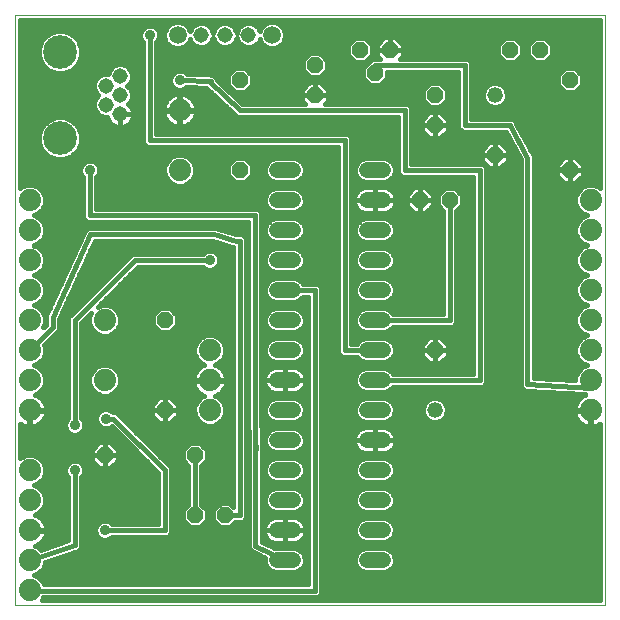
<source format=gbl>
G75*
%MOIN*%
%OFA0B0*%
%FSLAX25Y25*%
%IPPOS*%
%LPD*%
%AMOC8*
5,1,8,0,0,1.08239X$1,22.5*
%
%ADD10C,0.00000*%
%ADD11OC8,0.05200*%
%ADD12C,0.05200*%
%ADD13C,0.05150*%
%ADD14C,0.11220*%
%ADD15C,0.07400*%
%ADD16C,0.05200*%
%ADD17C,0.05937*%
%ADD18C,0.01600*%
%ADD19C,0.03562*%
D10*
X0001800Y0003333D02*
X0001800Y0200184D01*
X0198650Y0200184D01*
X0198650Y0003333D01*
X0001800Y0003333D01*
D11*
X0031800Y0053333D03*
X0051800Y0068333D03*
X0061800Y0053333D03*
X0061800Y0033333D03*
X0071800Y0033333D03*
X0051800Y0098333D03*
X0076800Y0148333D03*
X0101800Y0173333D03*
X0101800Y0183333D03*
X0116800Y0188333D03*
X0121800Y0180833D03*
X0126800Y0188333D03*
X0141800Y0173333D03*
X0141800Y0163333D03*
X0161800Y0153333D03*
X0146800Y0138333D03*
X0136800Y0138333D03*
X0141800Y0088333D03*
X0186800Y0148333D03*
X0186800Y0178333D03*
X0176800Y0188333D03*
X0166800Y0188333D03*
X0076800Y0178333D03*
D12*
X0161800Y0173333D03*
X0141800Y0068333D03*
D13*
X0036879Y0167034D03*
X0032154Y0170184D03*
X0036879Y0173333D03*
X0032154Y0176483D03*
X0036879Y0179633D03*
X0063926Y0193333D03*
X0071800Y0193333D03*
X0079674Y0193333D03*
D14*
X0016800Y0187703D03*
X0016800Y0158963D03*
D15*
X0006800Y0138333D03*
X0006800Y0128333D03*
X0006800Y0118333D03*
X0006800Y0108333D03*
X0006800Y0098333D03*
X0006800Y0088333D03*
X0006800Y0078333D03*
X0006800Y0068333D03*
X0006800Y0048333D03*
X0006800Y0038333D03*
X0006800Y0028333D03*
X0006800Y0018333D03*
X0006800Y0008333D03*
X0066800Y0068333D03*
X0066800Y0068333D03*
X0066800Y0078333D03*
X0066800Y0088333D03*
X0031800Y0078333D03*
X0031800Y0098333D03*
X0056800Y0148333D03*
X0056800Y0168333D03*
X0193800Y0138333D03*
X0193800Y0128333D03*
X0193800Y0118333D03*
X0193800Y0108333D03*
X0193800Y0098333D03*
X0193800Y0088333D03*
X0193800Y0078333D03*
X0193800Y0068333D03*
D16*
X0124400Y0068333D02*
X0119200Y0068333D01*
X0119200Y0058333D02*
X0124400Y0058333D01*
X0124400Y0048333D02*
X0119200Y0048333D01*
X0119200Y0038333D02*
X0124400Y0038333D01*
X0124400Y0028333D02*
X0119200Y0028333D01*
X0119200Y0018333D02*
X0124400Y0018333D01*
X0094400Y0018333D02*
X0089200Y0018333D01*
X0089200Y0028333D02*
X0094400Y0028333D01*
X0094400Y0038333D02*
X0089200Y0038333D01*
X0089200Y0048333D02*
X0094400Y0048333D01*
X0094400Y0058333D02*
X0089200Y0058333D01*
X0089200Y0068333D02*
X0094400Y0068333D01*
X0094400Y0078333D02*
X0089200Y0078333D01*
X0089200Y0088333D02*
X0094400Y0088333D01*
X0094400Y0098333D02*
X0089200Y0098333D01*
X0089200Y0108333D02*
X0094400Y0108333D01*
X0094400Y0118333D02*
X0089200Y0118333D01*
X0089200Y0128333D02*
X0094400Y0128333D01*
X0094400Y0138333D02*
X0089200Y0138333D01*
X0089200Y0148333D02*
X0094400Y0148333D01*
X0119200Y0148333D02*
X0124400Y0148333D01*
X0124400Y0138333D02*
X0119200Y0138333D01*
X0119200Y0128333D02*
X0124400Y0128333D01*
X0124400Y0118333D02*
X0119200Y0118333D01*
X0119200Y0108333D02*
X0124400Y0108333D01*
X0124400Y0098333D02*
X0119200Y0098333D01*
X0119200Y0088333D02*
X0124400Y0088333D01*
X0124400Y0078333D02*
X0119200Y0078333D01*
D17*
X0087548Y0193333D03*
X0056052Y0193333D03*
D18*
X0053294Y0196753D02*
X0003600Y0196753D01*
X0003600Y0198333D02*
X0196800Y0198333D01*
X0196800Y0142546D01*
X0196689Y0142657D01*
X0194814Y0143433D01*
X0192786Y0143433D01*
X0190911Y0142657D01*
X0189476Y0141222D01*
X0188700Y0139348D01*
X0188700Y0137319D01*
X0189476Y0135444D01*
X0190911Y0134010D01*
X0192544Y0133333D01*
X0190911Y0132657D01*
X0189476Y0131222D01*
X0188700Y0129348D01*
X0188700Y0127319D01*
X0189476Y0125444D01*
X0190911Y0124010D01*
X0192544Y0123333D01*
X0190911Y0122657D01*
X0189476Y0121222D01*
X0188700Y0119348D01*
X0188700Y0117319D01*
X0189476Y0115444D01*
X0190911Y0114010D01*
X0192544Y0113333D01*
X0190911Y0112657D01*
X0189476Y0111222D01*
X0188700Y0109348D01*
X0188700Y0107319D01*
X0189476Y0105444D01*
X0190911Y0104010D01*
X0192544Y0103333D01*
X0190911Y0102657D01*
X0189476Y0101222D01*
X0188700Y0099348D01*
X0188700Y0097319D01*
X0189476Y0095444D01*
X0190911Y0094010D01*
X0192544Y0093333D01*
X0190911Y0092657D01*
X0189476Y0091222D01*
X0188700Y0089348D01*
X0188700Y0087319D01*
X0189476Y0085444D01*
X0190911Y0084010D01*
X0192544Y0083333D01*
X0190911Y0082657D01*
X0189476Y0081222D01*
X0188700Y0079348D01*
X0188700Y0078330D01*
X0174800Y0079117D01*
X0174800Y0152209D01*
X0174969Y0152771D01*
X0174800Y0153087D01*
X0174800Y0153445D01*
X0174385Y0153860D01*
X0169000Y0163887D01*
X0169000Y0164245D01*
X0168585Y0164660D01*
X0168307Y0165177D01*
X0167964Y0165280D01*
X0167711Y0165533D01*
X0167124Y0165533D01*
X0166562Y0165703D01*
X0166247Y0165533D01*
X0154000Y0165533D01*
X0154000Y0184245D01*
X0152711Y0185533D01*
X0130223Y0185533D01*
X0131200Y0186511D01*
X0131200Y0188333D01*
X0126800Y0188333D01*
X0122400Y0188333D01*
X0122400Y0186511D01*
X0123377Y0185533D01*
X0120889Y0185533D01*
X0120189Y0184833D01*
X0120143Y0184833D01*
X0117800Y0182490D01*
X0117800Y0179176D01*
X0120143Y0176833D01*
X0123457Y0176833D01*
X0125800Y0179176D01*
X0125800Y0181133D01*
X0149600Y0181133D01*
X0149600Y0162422D01*
X0150889Y0161133D01*
X0165484Y0161133D01*
X0170400Y0151980D01*
X0170400Y0077100D01*
X0170352Y0076252D01*
X0170400Y0076199D01*
X0170400Y0076127D01*
X0171000Y0075526D01*
X0171566Y0074893D01*
X0171638Y0074889D01*
X0171689Y0074838D01*
X0172538Y0074838D01*
X0191503Y0073764D01*
X0192037Y0073543D01*
X0191689Y0073430D01*
X0190917Y0073037D01*
X0190217Y0072528D01*
X0189605Y0071916D01*
X0189096Y0071216D01*
X0188703Y0070445D01*
X0188435Y0069621D01*
X0188300Y0068766D01*
X0188300Y0068533D01*
X0193600Y0068533D01*
X0193600Y0068133D01*
X0194000Y0068133D01*
X0194000Y0062833D01*
X0194233Y0062833D01*
X0195088Y0062969D01*
X0195911Y0063236D01*
X0196683Y0063629D01*
X0196800Y0063715D01*
X0196800Y0005133D01*
X0010812Y0005133D01*
X0011124Y0005444D01*
X0011326Y0005933D01*
X0011958Y0005933D01*
X0012826Y0005900D01*
X0012862Y0005933D01*
X0102711Y0005933D01*
X0104000Y0007222D01*
X0104000Y0109245D01*
X0102711Y0110533D01*
X0097818Y0110533D01*
X0097791Y0110599D01*
X0096666Y0111724D01*
X0095196Y0112333D01*
X0088404Y0112333D01*
X0086934Y0111724D01*
X0085809Y0110599D01*
X0085200Y0109129D01*
X0085200Y0107538D01*
X0085809Y0106068D01*
X0086934Y0104942D01*
X0088404Y0104333D01*
X0095196Y0104333D01*
X0096666Y0104942D01*
X0097791Y0106068D01*
X0097818Y0106133D01*
X0099600Y0106133D01*
X0099600Y0010333D01*
X0012042Y0010333D01*
X0011483Y0010355D01*
X0011124Y0011222D01*
X0009689Y0012657D01*
X0008056Y0013333D01*
X0009689Y0014010D01*
X0011124Y0015444D01*
X0011900Y0017319D01*
X0011900Y0017714D01*
X0022157Y0021133D01*
X0022711Y0021133D01*
X0022988Y0021410D01*
X0023360Y0021534D01*
X0023608Y0022030D01*
X0024000Y0022422D01*
X0024000Y0022814D01*
X0024175Y0023165D01*
X0024000Y0023690D01*
X0024000Y0046035D01*
X0024497Y0046531D01*
X0024981Y0047701D01*
X0024981Y0048966D01*
X0024497Y0050135D01*
X0023602Y0051030D01*
X0022433Y0051514D01*
X0021167Y0051514D01*
X0019998Y0051030D01*
X0019103Y0050135D01*
X0018619Y0048966D01*
X0018619Y0047701D01*
X0019103Y0046531D01*
X0019600Y0046035D01*
X0019600Y0024919D01*
X0010470Y0021876D01*
X0009689Y0022657D01*
X0008563Y0023123D01*
X0008911Y0023236D01*
X0009683Y0023629D01*
X0010383Y0024138D01*
X0010995Y0024750D01*
X0011504Y0025451D01*
X0011897Y0026222D01*
X0012165Y0027045D01*
X0012300Y0027900D01*
X0012300Y0028133D01*
X0007000Y0028133D01*
X0007000Y0028533D01*
X0012300Y0028533D01*
X0012300Y0028766D01*
X0012165Y0029621D01*
X0011897Y0030445D01*
X0011504Y0031216D01*
X0010995Y0031916D01*
X0010383Y0032528D01*
X0009683Y0033037D01*
X0008911Y0033430D01*
X0008563Y0033543D01*
X0009689Y0034010D01*
X0011124Y0035444D01*
X0011900Y0037319D01*
X0011900Y0039348D01*
X0011124Y0041222D01*
X0009689Y0042657D01*
X0008056Y0043333D01*
X0009689Y0044010D01*
X0011124Y0045444D01*
X0011900Y0047319D01*
X0011900Y0049348D01*
X0011124Y0051222D01*
X0009689Y0052657D01*
X0007814Y0053433D01*
X0005786Y0053433D01*
X0003911Y0052657D01*
X0003600Y0052346D01*
X0003600Y0063860D01*
X0003917Y0063629D01*
X0004689Y0063236D01*
X0005512Y0062969D01*
X0006367Y0062833D01*
X0006600Y0062833D01*
X0006600Y0068133D01*
X0007000Y0068133D01*
X0007000Y0062833D01*
X0007233Y0062833D01*
X0008088Y0062969D01*
X0008911Y0063236D01*
X0009683Y0063629D01*
X0010383Y0064138D01*
X0010995Y0064750D01*
X0011504Y0065451D01*
X0011897Y0066222D01*
X0012165Y0067045D01*
X0012300Y0067900D01*
X0012300Y0068133D01*
X0007000Y0068133D01*
X0007000Y0068533D01*
X0012300Y0068533D01*
X0012300Y0068766D01*
X0012165Y0069621D01*
X0011897Y0070445D01*
X0011504Y0071216D01*
X0010995Y0071916D01*
X0010383Y0072528D01*
X0009683Y0073037D01*
X0008911Y0073430D01*
X0008563Y0073543D01*
X0009689Y0074010D01*
X0011124Y0075444D01*
X0011900Y0077319D01*
X0011900Y0079348D01*
X0011124Y0081222D01*
X0009689Y0082657D01*
X0008056Y0083333D01*
X0009689Y0084010D01*
X0011124Y0085444D01*
X0011900Y0087319D01*
X0011900Y0089348D01*
X0011615Y0090037D01*
X0015311Y0093733D01*
X0016600Y0095022D01*
X0016600Y0098849D01*
X0028401Y0124714D01*
X0067965Y0124714D01*
X0074221Y0122865D01*
X0074470Y0122617D01*
X0074600Y0122617D01*
X0074600Y0036190D01*
X0073457Y0037333D01*
X0070143Y0037333D01*
X0067800Y0034990D01*
X0067800Y0031676D01*
X0070143Y0029333D01*
X0073457Y0029333D01*
X0075257Y0031133D01*
X0077711Y0031133D01*
X0079000Y0032422D01*
X0079000Y0125728D01*
X0077711Y0127017D01*
X0075699Y0127017D01*
X0069443Y0128866D01*
X0069195Y0129114D01*
X0068602Y0129114D01*
X0068033Y0129282D01*
X0067724Y0129114D01*
X0027465Y0129114D01*
X0027071Y0129294D01*
X0026590Y0129114D01*
X0026076Y0129114D01*
X0025769Y0128808D01*
X0025364Y0128657D01*
X0025150Y0128189D01*
X0024787Y0127826D01*
X0024787Y0127393D01*
X0012563Y0100602D01*
X0012200Y0100239D01*
X0012200Y0099806D01*
X0012020Y0099412D01*
X0012200Y0098930D01*
X0012200Y0096845D01*
X0011352Y0095997D01*
X0011900Y0097319D01*
X0011900Y0099348D01*
X0011124Y0101222D01*
X0009689Y0102657D01*
X0008056Y0103333D01*
X0009689Y0104010D01*
X0011124Y0105444D01*
X0011900Y0107319D01*
X0011900Y0109348D01*
X0011124Y0111222D01*
X0009689Y0112657D01*
X0008056Y0113333D01*
X0009689Y0114010D01*
X0011124Y0115444D01*
X0011900Y0117319D01*
X0011900Y0119348D01*
X0011124Y0121222D01*
X0009689Y0122657D01*
X0008056Y0123333D01*
X0009689Y0124010D01*
X0011124Y0125444D01*
X0011900Y0127319D01*
X0011900Y0129348D01*
X0011124Y0131222D01*
X0009689Y0132657D01*
X0008056Y0133333D01*
X0009689Y0134010D01*
X0011124Y0135444D01*
X0011900Y0137319D01*
X0011900Y0139348D01*
X0011124Y0141222D01*
X0009689Y0142657D01*
X0007814Y0143433D01*
X0005786Y0143433D01*
X0003911Y0142657D01*
X0003600Y0142346D01*
X0003600Y0198333D01*
X0003600Y0195155D02*
X0044123Y0195155D01*
X0044103Y0195135D02*
X0043619Y0193966D01*
X0043619Y0192701D01*
X0044103Y0191531D01*
X0044600Y0191035D01*
X0044600Y0157422D01*
X0045889Y0156133D01*
X0109600Y0156133D01*
X0109600Y0087422D01*
X0110889Y0086133D01*
X0115782Y0086133D01*
X0115809Y0086068D01*
X0116934Y0084942D01*
X0118404Y0084333D01*
X0125196Y0084333D01*
X0126666Y0084942D01*
X0127791Y0086068D01*
X0128400Y0087538D01*
X0128400Y0089129D01*
X0127791Y0090599D01*
X0126666Y0091724D01*
X0125196Y0092333D01*
X0118404Y0092333D01*
X0116934Y0091724D01*
X0115809Y0090599D01*
X0115782Y0090533D01*
X0114000Y0090533D01*
X0114000Y0159245D01*
X0112711Y0160533D01*
X0049000Y0160533D01*
X0049000Y0191035D01*
X0049497Y0191531D01*
X0049981Y0192701D01*
X0049981Y0193966D01*
X0049497Y0195135D01*
X0048602Y0196030D01*
X0047433Y0196514D01*
X0046167Y0196514D01*
X0044998Y0196030D01*
X0044103Y0195135D01*
X0043619Y0193556D02*
X0020861Y0193556D01*
X0020771Y0193646D02*
X0018194Y0194714D01*
X0015406Y0194714D01*
X0012829Y0193646D01*
X0010857Y0191674D01*
X0009790Y0189098D01*
X0009790Y0186309D01*
X0010857Y0183732D01*
X0012829Y0181760D01*
X0015406Y0180693D01*
X0018194Y0180693D01*
X0020771Y0181760D01*
X0022743Y0183732D01*
X0023810Y0186309D01*
X0023810Y0189098D01*
X0022743Y0191674D01*
X0020771Y0193646D01*
X0022460Y0191958D02*
X0043927Y0191958D01*
X0044600Y0190359D02*
X0023288Y0190359D01*
X0023810Y0188761D02*
X0044600Y0188761D01*
X0044600Y0187162D02*
X0023810Y0187162D01*
X0023501Y0185564D02*
X0044600Y0185564D01*
X0044600Y0183965D02*
X0022839Y0183965D01*
X0021377Y0182367D02*
X0033992Y0182367D01*
X0033509Y0181884D02*
X0032918Y0180458D01*
X0031364Y0180458D01*
X0029903Y0179853D01*
X0028785Y0178734D01*
X0028180Y0177274D01*
X0028180Y0175692D01*
X0028785Y0174231D01*
X0029683Y0173333D01*
X0028785Y0172435D01*
X0028180Y0170974D01*
X0028180Y0169393D01*
X0028785Y0167932D01*
X0029903Y0166814D01*
X0031364Y0166209D01*
X0032580Y0166209D01*
X0032612Y0166010D01*
X0032824Y0165355D01*
X0033137Y0164741D01*
X0033542Y0164184D01*
X0034029Y0163697D01*
X0034586Y0163292D01*
X0035199Y0162980D01*
X0035854Y0162767D01*
X0036534Y0162659D01*
X0036879Y0162659D01*
X0037223Y0162659D01*
X0037903Y0162767D01*
X0038558Y0162980D01*
X0039172Y0163292D01*
X0039729Y0163697D01*
X0040216Y0164184D01*
X0040620Y0164741D01*
X0040933Y0165355D01*
X0041146Y0166010D01*
X0041254Y0166690D01*
X0041254Y0167034D01*
X0036879Y0167034D01*
X0036879Y0167034D01*
X0041254Y0167034D01*
X0041254Y0167378D01*
X0041146Y0168059D01*
X0040933Y0168713D01*
X0040620Y0169327D01*
X0040216Y0169884D01*
X0039729Y0170371D01*
X0039618Y0170451D01*
X0040248Y0171082D01*
X0040854Y0172543D01*
X0040854Y0174124D01*
X0040248Y0175585D01*
X0039350Y0176483D01*
X0040248Y0177381D01*
X0040854Y0178842D01*
X0040854Y0180423D01*
X0040248Y0181884D01*
X0039130Y0183002D01*
X0037669Y0183607D01*
X0036088Y0183607D01*
X0034627Y0183002D01*
X0033509Y0181884D01*
X0033047Y0180768D02*
X0018375Y0180768D01*
X0015225Y0180768D02*
X0003600Y0180768D01*
X0003600Y0179170D02*
X0029220Y0179170D01*
X0028303Y0177571D02*
X0003600Y0177571D01*
X0003600Y0175973D02*
X0028180Y0175973D01*
X0028726Y0174374D02*
X0003600Y0174374D01*
X0003600Y0172776D02*
X0029125Y0172776D01*
X0028263Y0171177D02*
X0003600Y0171177D01*
X0003600Y0169579D02*
X0028180Y0169579D01*
X0028765Y0167980D02*
X0003600Y0167980D01*
X0003600Y0166381D02*
X0030947Y0166381D01*
X0033116Y0164783D02*
X0020894Y0164783D01*
X0020771Y0164906D02*
X0018194Y0165973D01*
X0015406Y0165973D01*
X0012829Y0164906D01*
X0010857Y0162934D01*
X0009790Y0160358D01*
X0009790Y0157569D01*
X0010857Y0154992D01*
X0012829Y0153020D01*
X0015406Y0151953D01*
X0018194Y0151953D01*
X0020771Y0153020D01*
X0022743Y0154992D01*
X0023810Y0157569D01*
X0023810Y0160358D01*
X0022743Y0162934D01*
X0020771Y0164906D01*
X0022493Y0163184D02*
X0034798Y0163184D01*
X0036879Y0163184D02*
X0036879Y0163184D01*
X0036879Y0162659D02*
X0036879Y0167034D01*
X0036879Y0167034D01*
X0036879Y0162659D01*
X0036879Y0164783D02*
X0036879Y0164783D01*
X0036879Y0166381D02*
X0036879Y0166381D01*
X0038960Y0163184D02*
X0044600Y0163184D01*
X0044600Y0161586D02*
X0023301Y0161586D01*
X0023810Y0159987D02*
X0044600Y0159987D01*
X0044600Y0158389D02*
X0023810Y0158389D01*
X0023488Y0156790D02*
X0045232Y0156790D01*
X0046800Y0158333D02*
X0111800Y0158333D01*
X0111800Y0088333D01*
X0121800Y0088333D01*
X0126461Y0084857D02*
X0139053Y0084857D01*
X0139977Y0083933D02*
X0137400Y0086511D01*
X0137400Y0088333D01*
X0141800Y0088333D01*
X0141800Y0083933D01*
X0141800Y0088333D01*
X0141800Y0088333D01*
X0141800Y0088333D01*
X0141800Y0088333D01*
X0146200Y0088333D01*
X0146200Y0086511D01*
X0143623Y0083933D01*
X0141800Y0083933D01*
X0139977Y0083933D01*
X0141800Y0084857D02*
X0141800Y0084857D01*
X0141800Y0086456D02*
X0141800Y0086456D01*
X0141800Y0088054D02*
X0141800Y0088054D01*
X0141800Y0088333D02*
X0137400Y0088333D01*
X0137400Y0090156D01*
X0139977Y0092733D01*
X0141800Y0092733D01*
X0141800Y0088333D01*
X0146200Y0088333D01*
X0146200Y0090156D01*
X0143623Y0092733D01*
X0141800Y0092733D01*
X0141800Y0088333D01*
X0141800Y0088333D01*
X0141800Y0089653D02*
X0141800Y0089653D01*
X0141800Y0091251D02*
X0141800Y0091251D01*
X0145104Y0091251D02*
X0154600Y0091251D01*
X0154600Y0089653D02*
X0146200Y0089653D01*
X0146200Y0088054D02*
X0154600Y0088054D01*
X0154600Y0086456D02*
X0146145Y0086456D01*
X0144547Y0084857D02*
X0154600Y0084857D01*
X0154600Y0083259D02*
X0104000Y0083259D01*
X0104000Y0084857D02*
X0117139Y0084857D01*
X0118404Y0082333D02*
X0116934Y0081724D01*
X0115809Y0080599D01*
X0115200Y0079129D01*
X0115200Y0077538D01*
X0115809Y0076068D01*
X0116934Y0074942D01*
X0118404Y0074333D01*
X0125196Y0074333D01*
X0126666Y0074942D01*
X0127791Y0076068D01*
X0127818Y0076133D01*
X0157711Y0076133D01*
X0159000Y0077422D01*
X0159000Y0149245D01*
X0157711Y0150533D01*
X0134000Y0150533D01*
X0134000Y0169245D01*
X0132711Y0170533D01*
X0105223Y0170533D01*
X0106200Y0171511D01*
X0106200Y0173333D01*
X0101800Y0173333D01*
X0097400Y0173333D01*
X0097400Y0171511D01*
X0098377Y0170533D01*
X0077673Y0170533D01*
X0069312Y0178407D01*
X0069326Y0178880D01*
X0069300Y0178907D01*
X0069300Y0178945D01*
X0068678Y0179566D01*
X0068075Y0180206D01*
X0068038Y0180207D01*
X0068011Y0180233D01*
X0067373Y0180233D01*
X0067345Y0180260D01*
X0066795Y0180243D01*
X0059167Y0180465D01*
X0058602Y0181030D01*
X0057433Y0181514D01*
X0056167Y0181514D01*
X0054998Y0181030D01*
X0054103Y0180135D01*
X0053619Y0178966D01*
X0053619Y0177701D01*
X0054103Y0176531D01*
X0054998Y0175637D01*
X0056167Y0175152D01*
X0057433Y0175152D01*
X0058602Y0175637D01*
X0059033Y0176067D01*
X0065544Y0175878D01*
X0065589Y0175833D01*
X0065627Y0175833D01*
X0075268Y0166755D01*
X0075889Y0166133D01*
X0075927Y0166133D01*
X0075955Y0166107D01*
X0076833Y0166133D01*
X0129600Y0166133D01*
X0129600Y0147422D01*
X0130889Y0146133D01*
X0154600Y0146133D01*
X0154600Y0080533D01*
X0127818Y0080533D01*
X0127791Y0080599D01*
X0126666Y0081724D01*
X0125196Y0082333D01*
X0118404Y0082333D01*
X0116870Y0081660D02*
X0104000Y0081660D01*
X0104000Y0080062D02*
X0115586Y0080062D01*
X0115200Y0078463D02*
X0104000Y0078463D01*
X0104000Y0076865D02*
X0115479Y0076865D01*
X0116610Y0075266D02*
X0104000Y0075266D01*
X0104000Y0073668D02*
X0191737Y0073668D01*
X0189758Y0072069D02*
X0143233Y0072069D01*
X0142596Y0072333D02*
X0144066Y0071724D01*
X0145191Y0070599D01*
X0145800Y0069129D01*
X0145800Y0067538D01*
X0145191Y0066068D01*
X0144066Y0064942D01*
X0142596Y0064333D01*
X0141004Y0064333D01*
X0139534Y0064942D01*
X0138409Y0066068D01*
X0137800Y0067538D01*
X0137800Y0069129D01*
X0138409Y0070599D01*
X0139534Y0071724D01*
X0141004Y0072333D01*
X0142596Y0072333D01*
X0140367Y0072069D02*
X0125833Y0072069D01*
X0125196Y0072333D02*
X0126666Y0071724D01*
X0127791Y0070599D01*
X0128400Y0069129D01*
X0128400Y0067538D01*
X0127791Y0066068D01*
X0126666Y0064942D01*
X0125196Y0064333D01*
X0118404Y0064333D01*
X0116934Y0064942D01*
X0115809Y0066068D01*
X0115200Y0067538D01*
X0115200Y0069129D01*
X0115809Y0070599D01*
X0116934Y0071724D01*
X0118404Y0072333D01*
X0125196Y0072333D01*
X0127844Y0070471D02*
X0138356Y0070471D01*
X0137800Y0068872D02*
X0128400Y0068872D01*
X0128291Y0067274D02*
X0137909Y0067274D01*
X0138801Y0065675D02*
X0127399Y0065675D01*
X0126089Y0062411D02*
X0125430Y0062625D01*
X0124746Y0062733D01*
X0121800Y0062733D01*
X0118854Y0062733D01*
X0118170Y0062625D01*
X0117511Y0062411D01*
X0116894Y0062097D01*
X0116334Y0061689D01*
X0115844Y0061200D01*
X0115437Y0060639D01*
X0115122Y0060022D01*
X0114908Y0059364D01*
X0114800Y0058680D01*
X0114800Y0058333D01*
X0114800Y0057987D01*
X0114908Y0057303D01*
X0115122Y0056644D01*
X0115437Y0056027D01*
X0115844Y0055467D01*
X0116334Y0054977D01*
X0116894Y0054570D01*
X0117511Y0054256D01*
X0118170Y0054042D01*
X0118854Y0053933D01*
X0121800Y0053933D01*
X0124746Y0053933D01*
X0125430Y0054042D01*
X0126089Y0054256D01*
X0126706Y0054570D01*
X0127266Y0054977D01*
X0127756Y0055467D01*
X0128163Y0056027D01*
X0128478Y0056644D01*
X0128692Y0057303D01*
X0128800Y0057987D01*
X0128800Y0058333D01*
X0121800Y0058333D01*
X0121800Y0053933D01*
X0121800Y0058333D01*
X0121800Y0058333D01*
X0114800Y0058333D01*
X0121800Y0058333D01*
X0121800Y0058333D01*
X0121800Y0058333D01*
X0128800Y0058333D01*
X0128800Y0058680D01*
X0128692Y0059364D01*
X0128478Y0060022D01*
X0128163Y0060639D01*
X0127756Y0061200D01*
X0127266Y0061689D01*
X0126706Y0062097D01*
X0126089Y0062411D01*
X0125882Y0062478D02*
X0196800Y0062478D01*
X0196800Y0060880D02*
X0127989Y0060880D01*
X0128705Y0059281D02*
X0196800Y0059281D01*
X0196800Y0057683D02*
X0128752Y0057683D01*
X0128192Y0056084D02*
X0196800Y0056084D01*
X0196800Y0054486D02*
X0126540Y0054486D01*
X0125196Y0052333D02*
X0126666Y0051724D01*
X0127791Y0050599D01*
X0128400Y0049129D01*
X0128400Y0047538D01*
X0127791Y0046068D01*
X0126666Y0044942D01*
X0125196Y0044333D01*
X0118404Y0044333D01*
X0116934Y0044942D01*
X0115809Y0046068D01*
X0115200Y0047538D01*
X0115200Y0049129D01*
X0115809Y0050599D01*
X0116934Y0051724D01*
X0118404Y0052333D01*
X0125196Y0052333D01*
X0127102Y0051289D02*
X0196800Y0051289D01*
X0196800Y0052887D02*
X0104000Y0052887D01*
X0104000Y0051289D02*
X0116498Y0051289D01*
X0115432Y0049690D02*
X0104000Y0049690D01*
X0104000Y0048092D02*
X0115200Y0048092D01*
X0115633Y0046493D02*
X0104000Y0046493D01*
X0104000Y0044895D02*
X0117049Y0044895D01*
X0118404Y0042333D02*
X0116934Y0041724D01*
X0115809Y0040599D01*
X0115200Y0039129D01*
X0115200Y0037538D01*
X0115809Y0036068D01*
X0116934Y0034942D01*
X0118404Y0034333D01*
X0125196Y0034333D01*
X0126666Y0034942D01*
X0127791Y0036068D01*
X0128400Y0037538D01*
X0128400Y0039129D01*
X0127791Y0040599D01*
X0126666Y0041724D01*
X0125196Y0042333D01*
X0118404Y0042333D01*
X0116907Y0041698D02*
X0104000Y0041698D01*
X0104000Y0043296D02*
X0196800Y0043296D01*
X0196800Y0041698D02*
X0126693Y0041698D01*
X0127998Y0040099D02*
X0196800Y0040099D01*
X0196800Y0038501D02*
X0128400Y0038501D01*
X0128137Y0036902D02*
X0196800Y0036902D01*
X0196800Y0035304D02*
X0127027Y0035304D01*
X0125196Y0032333D02*
X0126666Y0031724D01*
X0127791Y0030599D01*
X0128400Y0029129D01*
X0128400Y0027538D01*
X0127791Y0026068D01*
X0126666Y0024942D01*
X0125196Y0024333D01*
X0118404Y0024333D01*
X0116934Y0024942D01*
X0115809Y0026068D01*
X0115200Y0027538D01*
X0115200Y0029129D01*
X0115809Y0030599D01*
X0116934Y0031724D01*
X0118404Y0032333D01*
X0125196Y0032333D01*
X0125743Y0032107D02*
X0196800Y0032107D01*
X0196800Y0033705D02*
X0104000Y0033705D01*
X0104000Y0032107D02*
X0117857Y0032107D01*
X0115771Y0030508D02*
X0104000Y0030508D01*
X0104000Y0028910D02*
X0115200Y0028910D01*
X0115294Y0027311D02*
X0104000Y0027311D01*
X0104000Y0025712D02*
X0116164Y0025712D01*
X0118404Y0022333D02*
X0116934Y0021724D01*
X0115809Y0020599D01*
X0115200Y0019129D01*
X0115200Y0017538D01*
X0115809Y0016068D01*
X0116934Y0014942D01*
X0118404Y0014333D01*
X0125196Y0014333D01*
X0126666Y0014942D01*
X0127791Y0016068D01*
X0128400Y0017538D01*
X0128400Y0019129D01*
X0127791Y0020599D01*
X0126666Y0021724D01*
X0125196Y0022333D01*
X0118404Y0022333D01*
X0116127Y0020917D02*
X0104000Y0020917D01*
X0104000Y0022515D02*
X0196800Y0022515D01*
X0196800Y0020917D02*
X0127473Y0020917D01*
X0128322Y0019318D02*
X0196800Y0019318D01*
X0196800Y0017720D02*
X0128400Y0017720D01*
X0127813Y0016121D02*
X0196800Y0016121D01*
X0196800Y0014523D02*
X0125653Y0014523D01*
X0117947Y0014523D02*
X0104000Y0014523D01*
X0104000Y0016121D02*
X0115787Y0016121D01*
X0115200Y0017720D02*
X0104000Y0017720D01*
X0104000Y0019318D02*
X0115278Y0019318D01*
X0104000Y0024114D02*
X0196800Y0024114D01*
X0196800Y0025712D02*
X0127436Y0025712D01*
X0128306Y0027311D02*
X0196800Y0027311D01*
X0196800Y0028910D02*
X0128400Y0028910D01*
X0127829Y0030508D02*
X0196800Y0030508D01*
X0196800Y0044895D02*
X0126551Y0044895D01*
X0127967Y0046493D02*
X0196800Y0046493D01*
X0196800Y0048092D02*
X0128400Y0048092D01*
X0128168Y0049690D02*
X0196800Y0049690D01*
X0193600Y0062833D02*
X0193367Y0062833D01*
X0192512Y0062969D01*
X0191689Y0063236D01*
X0190917Y0063629D01*
X0190217Y0064138D01*
X0189605Y0064750D01*
X0189096Y0065451D01*
X0188703Y0066222D01*
X0188435Y0067045D01*
X0188300Y0067900D01*
X0188300Y0068133D01*
X0193600Y0068133D01*
X0193600Y0062833D01*
X0193600Y0064077D02*
X0194000Y0064077D01*
X0194000Y0065675D02*
X0193600Y0065675D01*
X0193600Y0067274D02*
X0194000Y0067274D01*
X0190302Y0064077D02*
X0104000Y0064077D01*
X0104000Y0065675D02*
X0116201Y0065675D01*
X0115309Y0067274D02*
X0104000Y0067274D01*
X0104000Y0068872D02*
X0115200Y0068872D01*
X0115756Y0070471D02*
X0104000Y0070471D01*
X0104000Y0072069D02*
X0117767Y0072069D01*
X0121800Y0078333D02*
X0156800Y0078333D01*
X0156800Y0148333D01*
X0131800Y0148333D01*
X0131800Y0168333D01*
X0076800Y0168333D01*
X0066500Y0178033D01*
X0067100Y0178033D01*
X0056800Y0178333D01*
X0058938Y0175973D02*
X0062288Y0175973D01*
X0059683Y0173037D02*
X0058911Y0173430D01*
X0058088Y0173698D01*
X0057233Y0173833D01*
X0057000Y0173833D01*
X0057000Y0168533D01*
X0062300Y0168533D01*
X0062300Y0168766D01*
X0062165Y0169621D01*
X0061897Y0170445D01*
X0061504Y0171216D01*
X0060995Y0171916D01*
X0060383Y0172528D01*
X0059683Y0173037D01*
X0060043Y0172776D02*
X0068874Y0172776D01*
X0067177Y0174374D02*
X0049000Y0174374D01*
X0049000Y0172776D02*
X0053557Y0172776D01*
X0053217Y0172528D02*
X0052605Y0171916D01*
X0052096Y0171216D01*
X0051703Y0170445D01*
X0051435Y0169621D01*
X0051300Y0168766D01*
X0051300Y0168533D01*
X0056600Y0168533D01*
X0056600Y0168133D01*
X0057000Y0168133D01*
X0057000Y0162833D01*
X0057233Y0162833D01*
X0058088Y0162969D01*
X0058911Y0163236D01*
X0059683Y0163629D01*
X0060383Y0164138D01*
X0060995Y0164750D01*
X0061504Y0165451D01*
X0061897Y0166222D01*
X0062165Y0167045D01*
X0062300Y0167900D01*
X0062300Y0168133D01*
X0057000Y0168133D01*
X0057000Y0168533D01*
X0056600Y0168533D01*
X0056600Y0173833D01*
X0056367Y0173833D01*
X0055512Y0173698D01*
X0054689Y0173430D01*
X0053917Y0173037D01*
X0053217Y0172528D01*
X0052076Y0171177D02*
X0049000Y0171177D01*
X0049000Y0169579D02*
X0051429Y0169579D01*
X0051300Y0168133D02*
X0051300Y0167900D01*
X0051435Y0167045D01*
X0051703Y0166222D01*
X0052096Y0165451D01*
X0052605Y0164750D01*
X0053217Y0164138D01*
X0053917Y0163629D01*
X0054689Y0163236D01*
X0055512Y0162969D01*
X0056367Y0162833D01*
X0056600Y0162833D01*
X0056600Y0168133D01*
X0051300Y0168133D01*
X0051300Y0167980D02*
X0049000Y0167980D01*
X0049000Y0166381D02*
X0051651Y0166381D01*
X0052581Y0164783D02*
X0049000Y0164783D01*
X0049000Y0163184D02*
X0054848Y0163184D01*
X0056600Y0163184D02*
X0057000Y0163184D01*
X0057000Y0164783D02*
X0056600Y0164783D01*
X0056600Y0166381D02*
X0057000Y0166381D01*
X0057000Y0167980D02*
X0056600Y0167980D01*
X0056600Y0169579D02*
X0057000Y0169579D01*
X0057000Y0171177D02*
X0056600Y0171177D01*
X0056600Y0172776D02*
X0057000Y0172776D01*
X0054662Y0175973D02*
X0049000Y0175973D01*
X0049000Y0177571D02*
X0053673Y0177571D01*
X0053703Y0179170D02*
X0049000Y0179170D01*
X0049000Y0180768D02*
X0054736Y0180768D01*
X0058864Y0180768D02*
X0073578Y0180768D01*
X0072800Y0179990D02*
X0072800Y0176676D01*
X0075143Y0174333D01*
X0078457Y0174333D01*
X0080800Y0176676D01*
X0080800Y0179990D01*
X0078457Y0182333D01*
X0075143Y0182333D01*
X0072800Y0179990D01*
X0072800Y0179170D02*
X0069075Y0179170D01*
X0070200Y0177571D02*
X0072800Y0177571D01*
X0073504Y0175973D02*
X0071897Y0175973D01*
X0073595Y0174374D02*
X0075102Y0174374D01*
X0075292Y0172776D02*
X0097400Y0172776D01*
X0097400Y0173333D02*
X0101800Y0173333D01*
X0101800Y0173333D01*
X0101800Y0173333D01*
X0106200Y0173333D01*
X0106200Y0175156D01*
X0103623Y0177733D01*
X0101800Y0177733D01*
X0099977Y0177733D01*
X0097400Y0175156D01*
X0097400Y0173333D01*
X0097400Y0174374D02*
X0078498Y0174374D01*
X0080096Y0175973D02*
X0098217Y0175973D01*
X0099815Y0177571D02*
X0080800Y0177571D01*
X0080800Y0179170D02*
X0117807Y0179170D01*
X0117800Y0180768D02*
X0104892Y0180768D01*
X0105800Y0181676D02*
X0103457Y0179333D01*
X0100143Y0179333D01*
X0097800Y0181676D01*
X0097800Y0184990D01*
X0100143Y0187333D01*
X0103457Y0187333D01*
X0105800Y0184990D01*
X0105800Y0181676D01*
X0105800Y0182367D02*
X0117800Y0182367D01*
X0118457Y0184333D02*
X0115143Y0184333D01*
X0112800Y0186676D01*
X0112800Y0189990D01*
X0115143Y0192333D01*
X0118457Y0192333D01*
X0120800Y0189990D01*
X0120800Y0186676D01*
X0118457Y0184333D01*
X0119275Y0183965D02*
X0105800Y0183965D01*
X0105227Y0185564D02*
X0113913Y0185564D01*
X0112800Y0187162D02*
X0103628Y0187162D01*
X0099972Y0187162D02*
X0049000Y0187162D01*
X0049000Y0185564D02*
X0098373Y0185564D01*
X0097800Y0183965D02*
X0049000Y0183965D01*
X0049000Y0182367D02*
X0097800Y0182367D01*
X0098708Y0180768D02*
X0080022Y0180768D01*
X0076989Y0171177D02*
X0097734Y0171177D01*
X0101800Y0173333D02*
X0101800Y0177733D01*
X0101800Y0173333D01*
X0101800Y0173333D01*
X0101800Y0174374D02*
X0101800Y0174374D01*
X0101800Y0175973D02*
X0101800Y0175973D01*
X0101800Y0177571D02*
X0101800Y0177571D01*
X0103785Y0177571D02*
X0119405Y0177571D01*
X0121800Y0180833D02*
X0121800Y0183333D01*
X0151800Y0183333D01*
X0151800Y0163333D01*
X0166800Y0163333D01*
X0172600Y0152533D01*
X0172600Y0077038D01*
X0193800Y0075838D01*
X0193800Y0078333D01*
X0189915Y0081660D02*
X0174800Y0081660D01*
X0174800Y0080062D02*
X0188996Y0080062D01*
X0188700Y0078463D02*
X0186347Y0078463D01*
X0190063Y0084857D02*
X0174800Y0084857D01*
X0174800Y0083259D02*
X0192364Y0083259D01*
X0189057Y0086456D02*
X0174800Y0086456D01*
X0174800Y0088054D02*
X0188700Y0088054D01*
X0188826Y0089653D02*
X0174800Y0089653D01*
X0174800Y0091251D02*
X0189506Y0091251D01*
X0191377Y0092850D02*
X0174800Y0092850D01*
X0174800Y0094448D02*
X0190472Y0094448D01*
X0189227Y0096047D02*
X0174800Y0096047D01*
X0174800Y0097645D02*
X0188700Y0097645D01*
X0188700Y0099244D02*
X0174800Y0099244D01*
X0174800Y0100843D02*
X0189319Y0100843D01*
X0190695Y0102441D02*
X0174800Y0102441D01*
X0174800Y0104040D02*
X0190881Y0104040D01*
X0189396Y0105638D02*
X0174800Y0105638D01*
X0174800Y0107237D02*
X0188734Y0107237D01*
X0188700Y0108835D02*
X0174800Y0108835D01*
X0174800Y0110434D02*
X0189150Y0110434D01*
X0190286Y0112032D02*
X0174800Y0112032D01*
X0174800Y0113631D02*
X0191826Y0113631D01*
X0189692Y0115229D02*
X0174800Y0115229D01*
X0174800Y0116828D02*
X0188903Y0116828D01*
X0188700Y0118426D02*
X0174800Y0118426D01*
X0174800Y0120025D02*
X0188980Y0120025D01*
X0189877Y0121623D02*
X0174800Y0121623D01*
X0174800Y0123222D02*
X0192275Y0123222D01*
X0190101Y0124820D02*
X0174800Y0124820D01*
X0174800Y0126419D02*
X0189073Y0126419D01*
X0188700Y0128017D02*
X0174800Y0128017D01*
X0174800Y0129616D02*
X0188811Y0129616D01*
X0189473Y0131214D02*
X0174800Y0131214D01*
X0174800Y0132813D02*
X0191287Y0132813D01*
X0190510Y0134411D02*
X0174800Y0134411D01*
X0174800Y0136010D02*
X0189242Y0136010D01*
X0188700Y0137608D02*
X0174800Y0137608D01*
X0174800Y0139207D02*
X0188700Y0139207D01*
X0189304Y0140805D02*
X0174800Y0140805D01*
X0174800Y0142404D02*
X0190658Y0142404D01*
X0188692Y0144002D02*
X0196800Y0144002D01*
X0196800Y0145601D02*
X0190290Y0145601D01*
X0191200Y0146511D02*
X0191200Y0148333D01*
X0186800Y0148333D01*
X0186800Y0143933D01*
X0186800Y0148333D01*
X0186800Y0148333D01*
X0182400Y0148333D01*
X0182400Y0146511D01*
X0184977Y0143933D01*
X0186800Y0143933D01*
X0188623Y0143933D01*
X0191200Y0146511D01*
X0191200Y0147199D02*
X0196800Y0147199D01*
X0196800Y0148798D02*
X0191200Y0148798D01*
X0191200Y0148333D02*
X0191200Y0150156D01*
X0188623Y0152733D01*
X0186800Y0152733D01*
X0184977Y0152733D01*
X0182400Y0150156D01*
X0182400Y0148333D01*
X0186800Y0148333D01*
X0186800Y0148333D01*
X0186800Y0148333D01*
X0181800Y0149133D01*
X0182400Y0148798D02*
X0174800Y0148798D01*
X0174800Y0150396D02*
X0182641Y0150396D01*
X0184239Y0151995D02*
X0174800Y0151995D01*
X0174651Y0153593D02*
X0196800Y0153593D01*
X0196800Y0151995D02*
X0189361Y0151995D01*
X0190959Y0150396D02*
X0196800Y0150396D01*
X0196800Y0155192D02*
X0173669Y0155192D01*
X0172811Y0156790D02*
X0196800Y0156790D01*
X0196800Y0158389D02*
X0171952Y0158389D01*
X0171094Y0159987D02*
X0196800Y0159987D01*
X0196800Y0161586D02*
X0170236Y0161586D01*
X0169377Y0163184D02*
X0196800Y0163184D01*
X0196800Y0164783D02*
X0168519Y0164783D01*
X0166100Y0159987D02*
X0144677Y0159987D01*
X0143623Y0158933D02*
X0141800Y0158933D01*
X0141800Y0163333D01*
X0141800Y0158933D01*
X0139977Y0158933D01*
X0137400Y0161511D01*
X0137400Y0163333D01*
X0141800Y0163333D01*
X0141800Y0163333D01*
X0141800Y0163333D01*
X0141800Y0163333D01*
X0146200Y0163333D01*
X0146200Y0161511D01*
X0143623Y0158933D01*
X0141800Y0159987D02*
X0141800Y0159987D01*
X0141800Y0161586D02*
X0141800Y0161586D01*
X0141800Y0163184D02*
X0141800Y0163184D01*
X0141800Y0163333D02*
X0137400Y0163333D01*
X0137400Y0165156D01*
X0139977Y0167733D01*
X0141800Y0167733D01*
X0141800Y0163333D01*
X0146200Y0163333D01*
X0146200Y0165156D01*
X0143623Y0167733D01*
X0141800Y0167733D01*
X0141800Y0163333D01*
X0141800Y0163333D01*
X0141800Y0164783D02*
X0141800Y0164783D01*
X0141800Y0166381D02*
X0141800Y0166381D01*
X0144974Y0166381D02*
X0149600Y0166381D01*
X0149600Y0164783D02*
X0146200Y0164783D01*
X0146200Y0163184D02*
X0149600Y0163184D01*
X0150436Y0161586D02*
X0146200Y0161586D01*
X0149600Y0167980D02*
X0134000Y0167980D01*
X0134000Y0166381D02*
X0138626Y0166381D01*
X0137400Y0164783D02*
X0134000Y0164783D01*
X0134000Y0163184D02*
X0137400Y0163184D01*
X0137400Y0161586D02*
X0134000Y0161586D01*
X0134000Y0159987D02*
X0138923Y0159987D01*
X0134000Y0158389D02*
X0166958Y0158389D01*
X0167817Y0156790D02*
X0164565Y0156790D01*
X0163623Y0157733D02*
X0161800Y0157733D01*
X0159977Y0157733D01*
X0157400Y0155156D01*
X0157400Y0153333D01*
X0157400Y0151511D01*
X0159977Y0148933D01*
X0161800Y0148933D01*
X0161800Y0153333D01*
X0161800Y0148933D01*
X0163623Y0148933D01*
X0166200Y0151511D01*
X0166200Y0153333D01*
X0161800Y0153333D01*
X0161800Y0153333D01*
X0157400Y0153333D01*
X0161800Y0153333D01*
X0161800Y0153333D01*
X0161800Y0153333D01*
X0166200Y0153333D01*
X0166200Y0155156D01*
X0163623Y0157733D01*
X0161800Y0157733D02*
X0161800Y0153333D01*
X0161800Y0157733D01*
X0161800Y0156790D02*
X0161800Y0156790D01*
X0161800Y0155192D02*
X0161800Y0155192D01*
X0161800Y0153593D02*
X0161800Y0153593D01*
X0161800Y0153333D02*
X0161800Y0153333D01*
X0161800Y0151995D02*
X0161800Y0151995D01*
X0161800Y0150396D02*
X0161800Y0150396D01*
X0165086Y0150396D02*
X0170400Y0150396D01*
X0170400Y0148798D02*
X0159000Y0148798D01*
X0159000Y0147199D02*
X0170400Y0147199D01*
X0170400Y0145601D02*
X0159000Y0145601D01*
X0159000Y0144002D02*
X0170400Y0144002D01*
X0170400Y0142404D02*
X0159000Y0142404D01*
X0159000Y0140805D02*
X0170400Y0140805D01*
X0170400Y0139207D02*
X0159000Y0139207D01*
X0159000Y0137608D02*
X0170400Y0137608D01*
X0170400Y0136010D02*
X0159000Y0136010D01*
X0159000Y0134411D02*
X0170400Y0134411D01*
X0170400Y0132813D02*
X0159000Y0132813D01*
X0159000Y0131214D02*
X0170400Y0131214D01*
X0170400Y0129616D02*
X0159000Y0129616D01*
X0159000Y0128017D02*
X0170400Y0128017D01*
X0170400Y0126419D02*
X0159000Y0126419D01*
X0159000Y0124820D02*
X0170400Y0124820D01*
X0170400Y0123222D02*
X0159000Y0123222D01*
X0159000Y0121623D02*
X0170400Y0121623D01*
X0170400Y0120025D02*
X0159000Y0120025D01*
X0159000Y0118426D02*
X0170400Y0118426D01*
X0170400Y0116828D02*
X0159000Y0116828D01*
X0159000Y0115229D02*
X0170400Y0115229D01*
X0170400Y0113631D02*
X0159000Y0113631D01*
X0159000Y0112032D02*
X0170400Y0112032D01*
X0170400Y0110434D02*
X0159000Y0110434D01*
X0159000Y0108835D02*
X0170400Y0108835D01*
X0170400Y0107237D02*
X0159000Y0107237D01*
X0159000Y0105638D02*
X0170400Y0105638D01*
X0170400Y0104040D02*
X0159000Y0104040D01*
X0159000Y0102441D02*
X0170400Y0102441D01*
X0170400Y0100843D02*
X0159000Y0100843D01*
X0159000Y0099244D02*
X0170400Y0099244D01*
X0170400Y0097645D02*
X0159000Y0097645D01*
X0159000Y0096047D02*
X0170400Y0096047D01*
X0170400Y0094448D02*
X0159000Y0094448D01*
X0159000Y0092850D02*
X0170400Y0092850D01*
X0170400Y0091251D02*
X0159000Y0091251D01*
X0159000Y0089653D02*
X0170400Y0089653D01*
X0170400Y0088054D02*
X0159000Y0088054D01*
X0159000Y0086456D02*
X0170400Y0086456D01*
X0170400Y0084857D02*
X0159000Y0084857D01*
X0159000Y0083259D02*
X0170400Y0083259D01*
X0170400Y0081660D02*
X0159000Y0081660D01*
X0159000Y0080062D02*
X0170400Y0080062D01*
X0170400Y0078463D02*
X0159000Y0078463D01*
X0158443Y0076865D02*
X0170387Y0076865D01*
X0171233Y0075266D02*
X0126990Y0075266D01*
X0126730Y0081660D02*
X0154600Y0081660D01*
X0145244Y0070471D02*
X0188716Y0070471D01*
X0188317Y0068872D02*
X0145800Y0068872D01*
X0145691Y0067274D02*
X0188399Y0067274D01*
X0188982Y0065675D02*
X0144799Y0065675D01*
X0137455Y0086456D02*
X0127952Y0086456D01*
X0128400Y0088054D02*
X0137400Y0088054D01*
X0137400Y0089653D02*
X0128183Y0089653D01*
X0127139Y0091251D02*
X0138496Y0091251D01*
X0146800Y0098333D02*
X0146800Y0138333D01*
X0143615Y0140805D02*
X0140551Y0140805D01*
X0141200Y0140156D02*
X0138623Y0142733D01*
X0136800Y0142733D01*
X0134977Y0142733D01*
X0132400Y0140156D01*
X0132400Y0138333D01*
X0132400Y0136511D01*
X0134977Y0133933D01*
X0136800Y0133933D01*
X0138623Y0133933D01*
X0141200Y0136511D01*
X0141200Y0138333D01*
X0136800Y0138333D01*
X0136800Y0133933D01*
X0136800Y0138333D01*
X0136800Y0138333D01*
X0136800Y0138333D01*
X0132400Y0138333D01*
X0136800Y0138333D01*
X0136800Y0138333D01*
X0141200Y0138333D01*
X0141200Y0140156D01*
X0141200Y0139207D02*
X0142800Y0139207D01*
X0142800Y0139990D02*
X0142800Y0136676D01*
X0144600Y0134876D01*
X0144600Y0100533D01*
X0127818Y0100533D01*
X0127791Y0100599D01*
X0126666Y0101724D01*
X0125196Y0102333D01*
X0118404Y0102333D01*
X0116934Y0101724D01*
X0115809Y0100599D01*
X0115200Y0099129D01*
X0115200Y0097538D01*
X0115809Y0096068D01*
X0116934Y0094942D01*
X0118404Y0094333D01*
X0125196Y0094333D01*
X0126666Y0094942D01*
X0127791Y0096068D01*
X0127818Y0096133D01*
X0147711Y0096133D01*
X0149000Y0097422D01*
X0149000Y0134876D01*
X0150800Y0136676D01*
X0150800Y0139990D01*
X0148457Y0142333D01*
X0145143Y0142333D01*
X0142800Y0139990D01*
X0142800Y0137608D02*
X0141200Y0137608D01*
X0140699Y0136010D02*
X0143467Y0136010D01*
X0144600Y0134411D02*
X0139100Y0134411D01*
X0136800Y0134411D02*
X0136800Y0134411D01*
X0136800Y0136010D02*
X0136800Y0136010D01*
X0136800Y0137608D02*
X0136800Y0137608D01*
X0136800Y0138333D02*
X0136800Y0142733D01*
X0136800Y0138333D01*
X0136800Y0138333D01*
X0136800Y0139207D02*
X0136800Y0139207D01*
X0136800Y0140805D02*
X0136800Y0140805D01*
X0136800Y0142404D02*
X0136800Y0142404D01*
X0138952Y0142404D02*
X0154600Y0142404D01*
X0154600Y0144002D02*
X0114000Y0144002D01*
X0114000Y0142404D02*
X0117497Y0142404D01*
X0117511Y0142411D02*
X0116894Y0142097D01*
X0116334Y0141689D01*
X0115844Y0141200D01*
X0115437Y0140639D01*
X0115122Y0140022D01*
X0114908Y0139364D01*
X0114800Y0138680D01*
X0114800Y0138333D01*
X0114800Y0137987D01*
X0114908Y0137303D01*
X0115122Y0136644D01*
X0115437Y0136027D01*
X0115844Y0135467D01*
X0116334Y0134977D01*
X0116894Y0134570D01*
X0117511Y0134256D01*
X0118170Y0134042D01*
X0118854Y0133933D01*
X0121800Y0133933D01*
X0124746Y0133933D01*
X0125430Y0134042D01*
X0126089Y0134256D01*
X0126706Y0134570D01*
X0127266Y0134977D01*
X0127756Y0135467D01*
X0128163Y0136027D01*
X0128478Y0136644D01*
X0128692Y0137303D01*
X0128800Y0137987D01*
X0128800Y0138333D01*
X0121800Y0138333D01*
X0121800Y0133933D01*
X0121800Y0138333D01*
X0121800Y0138333D01*
X0114800Y0138333D01*
X0121800Y0138333D01*
X0121800Y0138333D01*
X0121800Y0138333D01*
X0128800Y0138333D01*
X0128800Y0138680D01*
X0128692Y0139364D01*
X0128478Y0140022D01*
X0128163Y0140639D01*
X0127756Y0141200D01*
X0127266Y0141689D01*
X0126706Y0142097D01*
X0126089Y0142411D01*
X0125430Y0142625D01*
X0124746Y0142733D01*
X0121800Y0142733D01*
X0118854Y0142733D01*
X0118170Y0142625D01*
X0117511Y0142411D01*
X0118404Y0144333D02*
X0125196Y0144333D01*
X0126666Y0144942D01*
X0127791Y0146068D01*
X0128400Y0147538D01*
X0128400Y0149129D01*
X0127791Y0150599D01*
X0126666Y0151724D01*
X0125196Y0152333D01*
X0118404Y0152333D01*
X0116934Y0151724D01*
X0115809Y0150599D01*
X0115200Y0149129D01*
X0115200Y0147538D01*
X0115809Y0146068D01*
X0116934Y0144942D01*
X0118404Y0144333D01*
X0116276Y0145601D02*
X0114000Y0145601D01*
X0114000Y0147199D02*
X0115340Y0147199D01*
X0115200Y0148798D02*
X0114000Y0148798D01*
X0114000Y0150396D02*
X0115725Y0150396D01*
X0114000Y0151995D02*
X0117587Y0151995D01*
X0114000Y0153593D02*
X0129600Y0153593D01*
X0129600Y0151995D02*
X0126013Y0151995D01*
X0127875Y0150396D02*
X0129600Y0150396D01*
X0129600Y0148798D02*
X0128400Y0148798D01*
X0128260Y0147199D02*
X0129823Y0147199D01*
X0127324Y0145601D02*
X0154600Y0145601D01*
X0157848Y0150396D02*
X0158514Y0150396D01*
X0157400Y0151995D02*
X0134000Y0151995D01*
X0134000Y0153593D02*
X0157400Y0153593D01*
X0157436Y0155192D02*
X0134000Y0155192D01*
X0134000Y0156790D02*
X0159035Y0156790D01*
X0166164Y0155192D02*
X0168675Y0155192D01*
X0169534Y0153593D02*
X0166200Y0153593D01*
X0166200Y0151995D02*
X0170392Y0151995D01*
X0174800Y0147199D02*
X0182400Y0147199D01*
X0183310Y0145601D02*
X0174800Y0145601D01*
X0174800Y0144002D02*
X0184908Y0144002D01*
X0186800Y0144002D02*
X0186800Y0144002D01*
X0186800Y0145601D02*
X0186800Y0145601D01*
X0186800Y0147199D02*
X0186800Y0147199D01*
X0186800Y0148333D02*
X0191200Y0148333D01*
X0186800Y0148333D02*
X0186800Y0152733D01*
X0186800Y0148333D01*
X0186800Y0148333D01*
X0186800Y0148798D02*
X0186800Y0148798D01*
X0186800Y0150396D02*
X0186800Y0150396D01*
X0186800Y0151995D02*
X0186800Y0151995D01*
X0196800Y0166381D02*
X0154000Y0166381D01*
X0154000Y0167980D02*
X0196800Y0167980D01*
X0196800Y0169579D02*
X0163188Y0169579D01*
X0162596Y0169333D02*
X0164066Y0169942D01*
X0165191Y0171068D01*
X0165800Y0172538D01*
X0165800Y0174129D01*
X0165191Y0175599D01*
X0164066Y0176724D01*
X0162596Y0177333D01*
X0161004Y0177333D01*
X0159534Y0176724D01*
X0158409Y0175599D01*
X0157800Y0174129D01*
X0157800Y0172538D01*
X0158409Y0171068D01*
X0159534Y0169942D01*
X0161004Y0169333D01*
X0162596Y0169333D01*
X0160412Y0169579D02*
X0154000Y0169579D01*
X0154000Y0171177D02*
X0158364Y0171177D01*
X0157800Y0172776D02*
X0154000Y0172776D01*
X0154000Y0174374D02*
X0157902Y0174374D01*
X0158782Y0175973D02*
X0154000Y0175973D01*
X0154000Y0177571D02*
X0182800Y0177571D01*
X0182800Y0176676D02*
X0185143Y0174333D01*
X0188457Y0174333D01*
X0190800Y0176676D01*
X0190800Y0179990D01*
X0188457Y0182333D01*
X0185143Y0182333D01*
X0182800Y0179990D01*
X0182800Y0176676D01*
X0183504Y0175973D02*
X0164818Y0175973D01*
X0165698Y0174374D02*
X0185102Y0174374D01*
X0188498Y0174374D02*
X0196800Y0174374D01*
X0196800Y0172776D02*
X0165800Y0172776D01*
X0165236Y0171177D02*
X0196800Y0171177D01*
X0196800Y0175973D02*
X0190096Y0175973D01*
X0190800Y0177571D02*
X0196800Y0177571D01*
X0196800Y0179170D02*
X0190800Y0179170D01*
X0190022Y0180768D02*
X0196800Y0180768D01*
X0196800Y0182367D02*
X0154000Y0182367D01*
X0154000Y0183965D02*
X0196800Y0183965D01*
X0196800Y0185564D02*
X0179687Y0185564D01*
X0180800Y0186676D02*
X0178457Y0184333D01*
X0175143Y0184333D01*
X0172800Y0186676D01*
X0172800Y0189990D01*
X0175143Y0192333D01*
X0178457Y0192333D01*
X0180800Y0189990D01*
X0180800Y0186676D01*
X0180800Y0187162D02*
X0196800Y0187162D01*
X0196800Y0188761D02*
X0180800Y0188761D01*
X0180431Y0190359D02*
X0196800Y0190359D01*
X0196800Y0191958D02*
X0178832Y0191958D01*
X0174767Y0191958D02*
X0168832Y0191958D01*
X0168457Y0192333D02*
X0165143Y0192333D01*
X0162800Y0189990D01*
X0162800Y0186676D01*
X0165143Y0184333D01*
X0168457Y0184333D01*
X0170800Y0186676D01*
X0170800Y0189990D01*
X0168457Y0192333D01*
X0170431Y0190359D02*
X0173169Y0190359D01*
X0172800Y0188761D02*
X0170800Y0188761D01*
X0170800Y0187162D02*
X0172800Y0187162D01*
X0173913Y0185564D02*
X0169687Y0185564D01*
X0163913Y0185564D02*
X0130253Y0185564D01*
X0131200Y0187162D02*
X0162800Y0187162D01*
X0162800Y0188761D02*
X0131200Y0188761D01*
X0131200Y0188333D02*
X0131200Y0190156D01*
X0128623Y0192733D01*
X0126800Y0192733D01*
X0124977Y0192733D01*
X0122400Y0190156D01*
X0122400Y0188333D01*
X0126800Y0188333D01*
X0126800Y0188333D01*
X0126800Y0188333D01*
X0131200Y0188333D01*
X0130997Y0190359D02*
X0163169Y0190359D01*
X0164767Y0191958D02*
X0129398Y0191958D01*
X0126800Y0191958D02*
X0126800Y0191958D01*
X0126800Y0192733D02*
X0126800Y0188333D01*
X0126800Y0188333D01*
X0126800Y0192733D01*
X0126800Y0190359D02*
X0126800Y0190359D01*
X0126800Y0188761D02*
X0126800Y0188761D01*
X0123347Y0185564D02*
X0119687Y0185564D01*
X0120800Y0187162D02*
X0122400Y0187162D01*
X0122400Y0188761D02*
X0120800Y0188761D01*
X0120431Y0190359D02*
X0122603Y0190359D01*
X0124202Y0191958D02*
X0118832Y0191958D01*
X0114767Y0191958D02*
X0091707Y0191958D01*
X0091917Y0192464D02*
X0091251Y0190859D01*
X0090023Y0189630D01*
X0088417Y0188965D01*
X0086679Y0188965D01*
X0085073Y0189630D01*
X0083845Y0190859D01*
X0083398Y0191937D01*
X0083044Y0191082D01*
X0081926Y0189964D01*
X0080465Y0189359D01*
X0078883Y0189359D01*
X0077422Y0189964D01*
X0076304Y0191082D01*
X0075737Y0192451D01*
X0075170Y0191082D01*
X0074052Y0189964D01*
X0072591Y0189359D01*
X0071009Y0189359D01*
X0069548Y0189964D01*
X0068430Y0191082D01*
X0067863Y0192451D01*
X0067296Y0191082D01*
X0066178Y0189964D01*
X0064717Y0189359D01*
X0063135Y0189359D01*
X0061674Y0189964D01*
X0060556Y0191082D01*
X0060202Y0191937D01*
X0059755Y0190859D01*
X0058527Y0189630D01*
X0056921Y0188965D01*
X0055183Y0188965D01*
X0053577Y0189630D01*
X0052349Y0190859D01*
X0051683Y0192464D01*
X0051683Y0194202D01*
X0052349Y0195808D01*
X0053577Y0197037D01*
X0055183Y0197702D01*
X0056921Y0197702D01*
X0058527Y0197037D01*
X0059755Y0195808D01*
X0060202Y0194730D01*
X0060556Y0195585D01*
X0061674Y0196703D01*
X0063135Y0197308D01*
X0064717Y0197308D01*
X0066178Y0196703D01*
X0067296Y0195585D01*
X0067863Y0194215D01*
X0068430Y0195585D01*
X0069548Y0196703D01*
X0071009Y0197308D01*
X0072591Y0197308D01*
X0074052Y0196703D01*
X0075170Y0195585D01*
X0075737Y0194215D01*
X0076304Y0195585D01*
X0077422Y0196703D01*
X0078883Y0197308D01*
X0080465Y0197308D01*
X0081926Y0196703D01*
X0083044Y0195585D01*
X0083398Y0194730D01*
X0083845Y0195808D01*
X0085073Y0197037D01*
X0086679Y0197702D01*
X0088417Y0197702D01*
X0090023Y0197037D01*
X0091251Y0195808D01*
X0091917Y0194202D01*
X0091917Y0192464D01*
X0091917Y0193556D02*
X0196800Y0193556D01*
X0196800Y0195155D02*
X0091522Y0195155D01*
X0090306Y0196753D02*
X0196800Y0196753D01*
X0183578Y0180768D02*
X0154000Y0180768D01*
X0154000Y0179170D02*
X0182800Y0179170D01*
X0149600Y0179170D02*
X0125793Y0179170D01*
X0125800Y0180768D02*
X0149600Y0180768D01*
X0149600Y0177571D02*
X0124195Y0177571D01*
X0133666Y0169579D02*
X0139898Y0169579D01*
X0140143Y0169333D02*
X0143457Y0169333D01*
X0145800Y0171676D01*
X0145800Y0174990D01*
X0143457Y0177333D01*
X0140143Y0177333D01*
X0137800Y0174990D01*
X0137800Y0171676D01*
X0140143Y0169333D01*
X0138299Y0171177D02*
X0105866Y0171177D01*
X0106200Y0172776D02*
X0137800Y0172776D01*
X0137800Y0174374D02*
X0106200Y0174374D01*
X0105383Y0175973D02*
X0138782Y0175973D01*
X0144818Y0175973D02*
X0149600Y0175973D01*
X0149600Y0174374D02*
X0145800Y0174374D01*
X0145800Y0172776D02*
X0149600Y0172776D01*
X0149600Y0171177D02*
X0145301Y0171177D01*
X0143702Y0169579D02*
X0149600Y0169579D01*
X0129600Y0164783D02*
X0061019Y0164783D01*
X0061949Y0166381D02*
X0075641Y0166381D01*
X0073966Y0167980D02*
X0062300Y0167980D01*
X0062171Y0169579D02*
X0072269Y0169579D01*
X0070571Y0171177D02*
X0061524Y0171177D01*
X0058752Y0163184D02*
X0129600Y0163184D01*
X0129600Y0161586D02*
X0049000Y0161586D01*
X0046800Y0158333D02*
X0046800Y0193333D01*
X0049673Y0191958D02*
X0051893Y0191958D01*
X0051683Y0193556D02*
X0049981Y0193556D01*
X0049477Y0195155D02*
X0052078Y0195155D01*
X0052848Y0190359D02*
X0049000Y0190359D01*
X0049000Y0188761D02*
X0112800Y0188761D01*
X0113169Y0190359D02*
X0090752Y0190359D01*
X0084790Y0196753D02*
X0081804Y0196753D01*
X0083222Y0195155D02*
X0083574Y0195155D01*
X0084344Y0190359D02*
X0082321Y0190359D01*
X0077027Y0190359D02*
X0074447Y0190359D01*
X0075532Y0191958D02*
X0075942Y0191958D01*
X0076126Y0195155D02*
X0075348Y0195155D01*
X0073930Y0196753D02*
X0077544Y0196753D01*
X0069670Y0196753D02*
X0066056Y0196753D01*
X0067474Y0195155D02*
X0068252Y0195155D01*
X0068068Y0191958D02*
X0067658Y0191958D01*
X0066573Y0190359D02*
X0069153Y0190359D01*
X0061279Y0190359D02*
X0059256Y0190359D01*
X0060026Y0195155D02*
X0060378Y0195155D01*
X0061796Y0196753D02*
X0058810Y0196753D01*
X0044600Y0182367D02*
X0039766Y0182367D01*
X0040711Y0180768D02*
X0044600Y0180768D01*
X0044600Y0179170D02*
X0040854Y0179170D01*
X0040327Y0177571D02*
X0044600Y0177571D01*
X0044600Y0175973D02*
X0039861Y0175973D01*
X0040750Y0174374D02*
X0044600Y0174374D01*
X0044600Y0172776D02*
X0040854Y0172776D01*
X0040288Y0171177D02*
X0044600Y0171177D01*
X0044600Y0169579D02*
X0040438Y0169579D01*
X0041158Y0167980D02*
X0044600Y0167980D01*
X0044600Y0166381D02*
X0041205Y0166381D01*
X0040642Y0164783D02*
X0044600Y0164783D01*
X0053911Y0152657D02*
X0055786Y0153433D01*
X0057814Y0153433D01*
X0059689Y0152657D01*
X0061124Y0151222D01*
X0061900Y0149348D01*
X0061900Y0147319D01*
X0061124Y0145444D01*
X0059689Y0144010D01*
X0057814Y0143233D01*
X0055786Y0143233D01*
X0053911Y0144010D01*
X0052476Y0145444D01*
X0051700Y0147319D01*
X0051700Y0149348D01*
X0052476Y0151222D01*
X0053911Y0152657D01*
X0053249Y0151995D02*
X0018295Y0151995D01*
X0021344Y0153593D02*
X0109600Y0153593D01*
X0109600Y0151995D02*
X0096013Y0151995D01*
X0096666Y0151724D02*
X0095196Y0152333D01*
X0088404Y0152333D01*
X0086934Y0151724D01*
X0085809Y0150599D01*
X0085200Y0149129D01*
X0085200Y0147538D01*
X0085809Y0146068D01*
X0086934Y0144942D01*
X0088404Y0144333D01*
X0095196Y0144333D01*
X0096666Y0144942D01*
X0097791Y0146068D01*
X0098400Y0147538D01*
X0098400Y0149129D01*
X0097791Y0150599D01*
X0096666Y0151724D01*
X0097875Y0150396D02*
X0109600Y0150396D01*
X0109600Y0148798D02*
X0098400Y0148798D01*
X0098260Y0147199D02*
X0109600Y0147199D01*
X0109600Y0145601D02*
X0097324Y0145601D01*
X0095196Y0142333D02*
X0096666Y0141724D01*
X0097791Y0140599D01*
X0098400Y0139129D01*
X0098400Y0137538D01*
X0097791Y0136068D01*
X0096666Y0134942D01*
X0095196Y0134333D01*
X0088404Y0134333D01*
X0086934Y0134942D01*
X0085809Y0136068D01*
X0085200Y0137538D01*
X0085200Y0139129D01*
X0085809Y0140599D01*
X0086934Y0141724D01*
X0088404Y0142333D01*
X0095196Y0142333D01*
X0097585Y0140805D02*
X0109600Y0140805D01*
X0109600Y0139207D02*
X0098368Y0139207D01*
X0098400Y0137608D02*
X0109600Y0137608D01*
X0109600Y0136010D02*
X0097733Y0136010D01*
X0095384Y0134411D02*
X0109600Y0134411D01*
X0109600Y0132813D02*
X0084000Y0132813D01*
X0084000Y0134245D02*
X0082711Y0135533D01*
X0029000Y0135533D01*
X0029000Y0146035D01*
X0029497Y0146531D01*
X0029981Y0147701D01*
X0029981Y0148966D01*
X0029497Y0150135D01*
X0028602Y0151030D01*
X0027433Y0151514D01*
X0026167Y0151514D01*
X0024998Y0151030D01*
X0024103Y0150135D01*
X0023619Y0148966D01*
X0023619Y0147701D01*
X0024103Y0146531D01*
X0024600Y0146035D01*
X0024600Y0132422D01*
X0025889Y0131133D01*
X0079600Y0131133D01*
X0079600Y0066703D01*
X0079574Y0066676D01*
X0079600Y0065796D01*
X0079600Y0064917D01*
X0079626Y0064891D01*
X0079793Y0059187D01*
X0079818Y0058308D01*
X0079818Y0023624D01*
X0079641Y0023263D01*
X0079818Y0022748D01*
X0079818Y0022204D01*
X0080103Y0021919D01*
X0080233Y0021539D01*
X0080722Y0021300D01*
X0081107Y0020915D01*
X0081509Y0020915D01*
X0085200Y0019111D01*
X0085200Y0017538D01*
X0085809Y0016068D01*
X0086934Y0014942D01*
X0088404Y0014333D01*
X0095196Y0014333D01*
X0096666Y0014942D01*
X0097791Y0016068D01*
X0098400Y0017538D01*
X0098400Y0019129D01*
X0097791Y0020599D01*
X0096666Y0021724D01*
X0095196Y0022333D01*
X0088627Y0022333D01*
X0084218Y0024489D01*
X0084218Y0054568D01*
X0084326Y0054682D01*
X0084244Y0057493D01*
X0084218Y0058372D01*
X0084218Y0059251D01*
X0084192Y0059277D01*
X0084000Y0065861D01*
X0084000Y0134245D01*
X0083833Y0134411D02*
X0088216Y0134411D01*
X0088404Y0132333D02*
X0086934Y0131724D01*
X0085809Y0130599D01*
X0085200Y0129129D01*
X0085200Y0127538D01*
X0085809Y0126068D01*
X0086934Y0124942D01*
X0088404Y0124333D01*
X0095196Y0124333D01*
X0096666Y0124942D01*
X0097791Y0126068D01*
X0098400Y0127538D01*
X0098400Y0129129D01*
X0097791Y0130599D01*
X0096666Y0131724D01*
X0095196Y0132333D01*
X0088404Y0132333D01*
X0086424Y0131214D02*
X0084000Y0131214D01*
X0084000Y0129616D02*
X0085402Y0129616D01*
X0085200Y0128017D02*
X0084000Y0128017D01*
X0084000Y0126419D02*
X0085663Y0126419D01*
X0087229Y0124820D02*
X0084000Y0124820D01*
X0084000Y0123222D02*
X0109600Y0123222D01*
X0109600Y0124820D02*
X0096371Y0124820D01*
X0097936Y0126419D02*
X0109600Y0126419D01*
X0109600Y0128017D02*
X0098400Y0128017D01*
X0098198Y0129616D02*
X0109600Y0129616D01*
X0109600Y0131214D02*
X0097176Y0131214D01*
X0095196Y0122333D02*
X0088404Y0122333D01*
X0086934Y0121724D01*
X0085809Y0120599D01*
X0085200Y0119129D01*
X0085200Y0117538D01*
X0085809Y0116068D01*
X0086934Y0114942D01*
X0088404Y0114333D01*
X0095196Y0114333D01*
X0096666Y0114942D01*
X0097791Y0116068D01*
X0098400Y0117538D01*
X0098400Y0119129D01*
X0097791Y0120599D01*
X0096666Y0121724D01*
X0095196Y0122333D01*
X0096767Y0121623D02*
X0109600Y0121623D01*
X0109600Y0120025D02*
X0098029Y0120025D01*
X0098400Y0118426D02*
X0109600Y0118426D01*
X0109600Y0116828D02*
X0098106Y0116828D01*
X0096953Y0115229D02*
X0109600Y0115229D01*
X0109600Y0113631D02*
X0084000Y0113631D01*
X0084000Y0115229D02*
X0086647Y0115229D01*
X0085494Y0116828D02*
X0084000Y0116828D01*
X0084000Y0118426D02*
X0085200Y0118426D01*
X0085571Y0120025D02*
X0084000Y0120025D01*
X0084000Y0121623D02*
X0086833Y0121623D01*
X0079600Y0121623D02*
X0079000Y0121623D01*
X0079000Y0120025D02*
X0079600Y0120025D01*
X0079600Y0118426D02*
X0079000Y0118426D01*
X0079000Y0116828D02*
X0079600Y0116828D01*
X0079600Y0115229D02*
X0079000Y0115229D01*
X0079000Y0113631D02*
X0079600Y0113631D01*
X0079600Y0112032D02*
X0079000Y0112032D01*
X0079000Y0110434D02*
X0079600Y0110434D01*
X0079600Y0108835D02*
X0079000Y0108835D01*
X0079000Y0107237D02*
X0079600Y0107237D01*
X0079600Y0105638D02*
X0079000Y0105638D01*
X0079000Y0104040D02*
X0079600Y0104040D01*
X0079600Y0102441D02*
X0079000Y0102441D01*
X0079000Y0100843D02*
X0079600Y0100843D01*
X0079600Y0099244D02*
X0079000Y0099244D01*
X0079000Y0097645D02*
X0079600Y0097645D01*
X0079600Y0096047D02*
X0079000Y0096047D01*
X0079000Y0094448D02*
X0079600Y0094448D01*
X0079600Y0092850D02*
X0079000Y0092850D01*
X0079000Y0091251D02*
X0079600Y0091251D01*
X0079600Y0089653D02*
X0079000Y0089653D01*
X0079000Y0088054D02*
X0079600Y0088054D01*
X0079600Y0086456D02*
X0079000Y0086456D01*
X0079000Y0084857D02*
X0079600Y0084857D01*
X0079600Y0083259D02*
X0079000Y0083259D01*
X0079000Y0081660D02*
X0079600Y0081660D01*
X0079600Y0080062D02*
X0079000Y0080062D01*
X0079000Y0078463D02*
X0079600Y0078463D01*
X0079600Y0076865D02*
X0079000Y0076865D01*
X0079000Y0075266D02*
X0079600Y0075266D01*
X0079600Y0073668D02*
X0079000Y0073668D01*
X0079000Y0072069D02*
X0079600Y0072069D01*
X0079600Y0070471D02*
X0079000Y0070471D01*
X0079000Y0068872D02*
X0079600Y0068872D01*
X0079600Y0067274D02*
X0079000Y0067274D01*
X0079000Y0065675D02*
X0079600Y0065675D01*
X0079650Y0064077D02*
X0079000Y0064077D01*
X0079000Y0062478D02*
X0079697Y0062478D01*
X0079743Y0060880D02*
X0079000Y0060880D01*
X0079000Y0059281D02*
X0079790Y0059281D01*
X0079793Y0059187D02*
X0079793Y0059187D01*
X0079818Y0057683D02*
X0079000Y0057683D01*
X0079000Y0056084D02*
X0079818Y0056084D01*
X0079818Y0054486D02*
X0079000Y0054486D01*
X0079000Y0052887D02*
X0079818Y0052887D01*
X0079818Y0051289D02*
X0079000Y0051289D01*
X0079000Y0049690D02*
X0079818Y0049690D01*
X0079818Y0048092D02*
X0079000Y0048092D01*
X0079000Y0046493D02*
X0079818Y0046493D01*
X0079818Y0044895D02*
X0079000Y0044895D01*
X0079000Y0043296D02*
X0079818Y0043296D01*
X0079818Y0041698D02*
X0079000Y0041698D01*
X0079000Y0040099D02*
X0079818Y0040099D01*
X0079818Y0038501D02*
X0079000Y0038501D01*
X0079000Y0036902D02*
X0079818Y0036902D01*
X0079818Y0035304D02*
X0079000Y0035304D01*
X0079000Y0033705D02*
X0079818Y0033705D01*
X0079818Y0032107D02*
X0078684Y0032107D01*
X0079818Y0030508D02*
X0074632Y0030508D01*
X0076800Y0033333D02*
X0071800Y0033333D01*
X0068968Y0030508D02*
X0064632Y0030508D01*
X0065800Y0031676D02*
X0063457Y0029333D01*
X0060143Y0029333D01*
X0057800Y0031676D01*
X0057800Y0034990D01*
X0059600Y0036790D01*
X0059600Y0049876D01*
X0057800Y0051676D01*
X0057800Y0054990D01*
X0060143Y0057333D01*
X0063457Y0057333D01*
X0065800Y0054990D01*
X0065800Y0051676D01*
X0064000Y0049876D01*
X0064000Y0036790D01*
X0065800Y0034990D01*
X0065800Y0031676D01*
X0065800Y0032107D02*
X0067800Y0032107D01*
X0067800Y0033705D02*
X0065800Y0033705D01*
X0065487Y0035304D02*
X0068113Y0035304D01*
X0069712Y0036902D02*
X0064000Y0036902D01*
X0064000Y0038501D02*
X0074600Y0038501D01*
X0074600Y0040099D02*
X0064000Y0040099D01*
X0064000Y0041698D02*
X0074600Y0041698D01*
X0074600Y0043296D02*
X0064000Y0043296D01*
X0064000Y0044895D02*
X0074600Y0044895D01*
X0074600Y0046493D02*
X0064000Y0046493D01*
X0064000Y0048092D02*
X0074600Y0048092D01*
X0074600Y0049690D02*
X0064000Y0049690D01*
X0065412Y0051289D02*
X0074600Y0051289D01*
X0074600Y0052887D02*
X0065800Y0052887D01*
X0065800Y0054486D02*
X0074600Y0054486D01*
X0074600Y0056084D02*
X0064706Y0056084D01*
X0061800Y0053333D02*
X0061800Y0033333D01*
X0058968Y0030508D02*
X0054000Y0030508D01*
X0054000Y0028910D02*
X0079818Y0028910D01*
X0079818Y0027311D02*
X0053889Y0027311D01*
X0054000Y0027422D02*
X0054000Y0049245D01*
X0052711Y0050533D01*
X0035516Y0067729D01*
X0034399Y0067729D01*
X0033902Y0068225D01*
X0032733Y0068710D01*
X0031467Y0068710D01*
X0030298Y0068225D01*
X0029403Y0067331D01*
X0028919Y0066161D01*
X0028919Y0064896D01*
X0029403Y0063727D01*
X0030298Y0062832D01*
X0031467Y0062348D01*
X0032733Y0062348D01*
X0033902Y0062832D01*
X0034046Y0062976D01*
X0049600Y0047422D01*
X0049600Y0030533D01*
X0034099Y0030533D01*
X0033602Y0031030D01*
X0032433Y0031514D01*
X0031167Y0031514D01*
X0029998Y0031030D01*
X0029103Y0030135D01*
X0028619Y0028966D01*
X0028619Y0027701D01*
X0029103Y0026531D01*
X0029998Y0025637D01*
X0031167Y0025152D01*
X0032433Y0025152D01*
X0033602Y0025637D01*
X0034099Y0026133D01*
X0052711Y0026133D01*
X0054000Y0027422D01*
X0051800Y0028333D02*
X0051800Y0048333D01*
X0034605Y0065529D01*
X0032100Y0065529D01*
X0028919Y0065675D02*
X0024000Y0065675D01*
X0024000Y0065632D02*
X0024000Y0097422D01*
X0027248Y0100670D01*
X0026700Y0099348D01*
X0026700Y0097319D01*
X0027476Y0095444D01*
X0028911Y0094010D01*
X0030786Y0093233D01*
X0032814Y0093233D01*
X0034689Y0094010D01*
X0036124Y0095444D01*
X0036900Y0097319D01*
X0036900Y0099348D01*
X0036124Y0101222D01*
X0034689Y0102657D01*
X0032814Y0103433D01*
X0030786Y0103433D01*
X0029464Y0102886D01*
X0042711Y0116133D01*
X0064501Y0116133D01*
X0064998Y0115637D01*
X0066167Y0115152D01*
X0067433Y0115152D01*
X0068602Y0115637D01*
X0069497Y0116531D01*
X0069981Y0117701D01*
X0069981Y0118966D01*
X0069497Y0120135D01*
X0068602Y0121030D01*
X0067433Y0121514D01*
X0066167Y0121514D01*
X0064998Y0121030D01*
X0064501Y0120533D01*
X0040889Y0120533D01*
X0020889Y0100533D01*
X0019600Y0099245D01*
X0019600Y0065632D01*
X0019103Y0065135D01*
X0018619Y0063966D01*
X0018619Y0062701D01*
X0019103Y0061531D01*
X0019998Y0060637D01*
X0021167Y0060152D01*
X0022433Y0060152D01*
X0023602Y0060637D01*
X0024497Y0061531D01*
X0024981Y0062701D01*
X0024981Y0063966D01*
X0024497Y0065135D01*
X0024000Y0065632D01*
X0024000Y0067274D02*
X0029380Y0067274D01*
X0029258Y0064077D02*
X0024935Y0064077D01*
X0024889Y0062478D02*
X0031152Y0062478D01*
X0033048Y0062478D02*
X0034544Y0062478D01*
X0036142Y0060880D02*
X0023845Y0060880D01*
X0021800Y0063333D02*
X0021800Y0098333D01*
X0041800Y0118333D01*
X0066800Y0118333D01*
X0069981Y0118426D02*
X0074600Y0118426D01*
X0074600Y0116828D02*
X0069620Y0116828D01*
X0067618Y0115229D02*
X0074600Y0115229D01*
X0074600Y0113631D02*
X0040209Y0113631D01*
X0041807Y0115229D02*
X0065982Y0115229D01*
X0069543Y0120025D02*
X0074600Y0120025D01*
X0074600Y0121623D02*
X0026991Y0121623D01*
X0026262Y0120025D02*
X0040380Y0120025D01*
X0038782Y0118426D02*
X0025532Y0118426D01*
X0024803Y0116828D02*
X0037183Y0116828D01*
X0035585Y0115229D02*
X0024074Y0115229D01*
X0023344Y0113631D02*
X0033986Y0113631D01*
X0032387Y0112032D02*
X0022615Y0112032D01*
X0021886Y0110434D02*
X0030789Y0110434D01*
X0029190Y0108835D02*
X0021156Y0108835D01*
X0020427Y0107237D02*
X0027592Y0107237D01*
X0025993Y0105638D02*
X0019697Y0105638D01*
X0018968Y0104040D02*
X0024395Y0104040D01*
X0022796Y0102441D02*
X0018239Y0102441D01*
X0017509Y0100843D02*
X0021198Y0100843D01*
X0019600Y0099244D02*
X0016780Y0099244D01*
X0016600Y0097645D02*
X0019600Y0097645D01*
X0019600Y0096047D02*
X0016600Y0096047D01*
X0016026Y0094448D02*
X0019600Y0094448D01*
X0019600Y0092850D02*
X0014428Y0092850D01*
X0012829Y0091251D02*
X0019600Y0091251D01*
X0019600Y0089653D02*
X0011774Y0089653D01*
X0011900Y0088054D02*
X0019600Y0088054D01*
X0019600Y0086456D02*
X0011543Y0086456D01*
X0010537Y0084857D02*
X0019600Y0084857D01*
X0019600Y0083259D02*
X0008236Y0083259D01*
X0010685Y0081660D02*
X0019600Y0081660D01*
X0019600Y0080062D02*
X0011604Y0080062D01*
X0011900Y0078463D02*
X0019600Y0078463D01*
X0019600Y0076865D02*
X0011712Y0076865D01*
X0010945Y0075266D02*
X0019600Y0075266D01*
X0019600Y0073668D02*
X0008863Y0073668D01*
X0010842Y0072069D02*
X0019600Y0072069D01*
X0019600Y0070471D02*
X0011884Y0070471D01*
X0012283Y0068872D02*
X0019600Y0068872D01*
X0019600Y0067274D02*
X0012201Y0067274D01*
X0011618Y0065675D02*
X0019600Y0065675D01*
X0018665Y0064077D02*
X0010298Y0064077D01*
X0007000Y0064077D02*
X0006600Y0064077D01*
X0006600Y0065675D02*
X0007000Y0065675D01*
X0007000Y0067274D02*
X0006600Y0067274D01*
X0003600Y0062478D02*
X0018711Y0062478D01*
X0019755Y0060880D02*
X0003600Y0060880D01*
X0003600Y0059281D02*
X0037741Y0059281D01*
X0039339Y0057683D02*
X0033673Y0057683D01*
X0033623Y0057733D02*
X0031800Y0057733D01*
X0029977Y0057733D01*
X0027400Y0055156D01*
X0027400Y0053333D01*
X0027400Y0051511D01*
X0029977Y0048933D01*
X0031800Y0048933D01*
X0033623Y0048933D01*
X0036200Y0051511D01*
X0036200Y0053333D01*
X0031800Y0053333D01*
X0031800Y0048933D01*
X0031800Y0053333D01*
X0031800Y0053333D01*
X0031800Y0053333D01*
X0027400Y0053333D01*
X0031800Y0053333D01*
X0031800Y0053333D01*
X0036200Y0053333D01*
X0036200Y0055156D01*
X0033623Y0057733D01*
X0031800Y0057733D02*
X0031800Y0053333D01*
X0031800Y0057733D01*
X0031800Y0057683D02*
X0031800Y0057683D01*
X0031800Y0056084D02*
X0031800Y0056084D01*
X0031800Y0054486D02*
X0031800Y0054486D01*
X0031800Y0053333D02*
X0031800Y0053333D01*
X0031800Y0052887D02*
X0031800Y0052887D01*
X0031800Y0051289D02*
X0031800Y0051289D01*
X0031800Y0049690D02*
X0031800Y0049690D01*
X0029221Y0049690D02*
X0024681Y0049690D01*
X0024981Y0048092D02*
X0048930Y0048092D01*
X0049600Y0046493D02*
X0024459Y0046493D01*
X0024000Y0044895D02*
X0049600Y0044895D01*
X0049600Y0043296D02*
X0024000Y0043296D01*
X0024000Y0041698D02*
X0049600Y0041698D01*
X0049600Y0040099D02*
X0024000Y0040099D01*
X0024000Y0038501D02*
X0049600Y0038501D01*
X0049600Y0036902D02*
X0024000Y0036902D01*
X0024000Y0035304D02*
X0049600Y0035304D01*
X0049600Y0033705D02*
X0024000Y0033705D01*
X0024000Y0032107D02*
X0049600Y0032107D01*
X0051800Y0028333D02*
X0031800Y0028333D01*
X0029476Y0030508D02*
X0024000Y0030508D01*
X0024000Y0028910D02*
X0028619Y0028910D01*
X0028780Y0027311D02*
X0024000Y0027311D01*
X0024000Y0025712D02*
X0029922Y0025712D01*
X0033678Y0025712D02*
X0079818Y0025712D01*
X0079818Y0024114D02*
X0024000Y0024114D01*
X0024000Y0022515D02*
X0079818Y0022515D01*
X0081105Y0020917D02*
X0021508Y0020917D01*
X0021800Y0023333D02*
X0021800Y0048333D01*
X0020622Y0051289D02*
X0011057Y0051289D01*
X0011758Y0049690D02*
X0018919Y0049690D01*
X0018619Y0048092D02*
X0011900Y0048092D01*
X0011558Y0046493D02*
X0019141Y0046493D01*
X0019600Y0044895D02*
X0010574Y0044895D01*
X0008146Y0043296D02*
X0019600Y0043296D01*
X0019600Y0041698D02*
X0010648Y0041698D01*
X0011589Y0040099D02*
X0019600Y0040099D01*
X0019600Y0038501D02*
X0011900Y0038501D01*
X0011727Y0036902D02*
X0019600Y0036902D01*
X0019600Y0035304D02*
X0010983Y0035304D01*
X0008953Y0033705D02*
X0019600Y0033705D01*
X0019600Y0032107D02*
X0010805Y0032107D01*
X0011865Y0030508D02*
X0019600Y0030508D01*
X0019600Y0028910D02*
X0012277Y0028910D01*
X0012207Y0027311D02*
X0019600Y0027311D01*
X0019600Y0025712D02*
X0011637Y0025712D01*
X0010350Y0024114D02*
X0017185Y0024114D01*
X0021800Y0023333D02*
X0006800Y0018333D01*
X0011404Y0016121D02*
X0085787Y0016121D01*
X0085200Y0017720D02*
X0011917Y0017720D01*
X0010202Y0014523D02*
X0087947Y0014523D01*
X0091800Y0018333D02*
X0082018Y0023115D01*
X0082018Y0058340D01*
X0082100Y0055529D01*
X0084285Y0056084D02*
X0085802Y0056084D01*
X0085809Y0056068D02*
X0086934Y0054942D01*
X0088404Y0054333D01*
X0095196Y0054333D01*
X0096666Y0054942D01*
X0097791Y0056068D01*
X0098400Y0057538D01*
X0098400Y0059129D01*
X0097791Y0060599D01*
X0096666Y0061724D01*
X0095196Y0062333D01*
X0088404Y0062333D01*
X0086934Y0061724D01*
X0085809Y0060599D01*
X0085200Y0059129D01*
X0085200Y0057538D01*
X0085809Y0056068D01*
X0085200Y0057683D02*
X0084238Y0057683D01*
X0084192Y0059281D02*
X0085263Y0059281D01*
X0086090Y0060880D02*
X0084145Y0060880D01*
X0084099Y0062478D02*
X0099600Y0062478D01*
X0099600Y0060880D02*
X0097510Y0060880D01*
X0098337Y0059281D02*
X0099600Y0059281D01*
X0099600Y0057683D02*
X0098400Y0057683D01*
X0097798Y0056084D02*
X0099600Y0056084D01*
X0099600Y0054486D02*
X0095563Y0054486D01*
X0095196Y0052333D02*
X0096666Y0051724D01*
X0097791Y0050599D01*
X0098400Y0049129D01*
X0098400Y0047538D01*
X0097791Y0046068D01*
X0096666Y0044942D01*
X0095196Y0044333D01*
X0088404Y0044333D01*
X0086934Y0044942D01*
X0085809Y0046068D01*
X0085200Y0047538D01*
X0085200Y0049129D01*
X0085809Y0050599D01*
X0086934Y0051724D01*
X0088404Y0052333D01*
X0095196Y0052333D01*
X0097102Y0051289D02*
X0099600Y0051289D01*
X0099600Y0052887D02*
X0084218Y0052887D01*
X0084218Y0051289D02*
X0086498Y0051289D01*
X0085432Y0049690D02*
X0084218Y0049690D01*
X0084218Y0048092D02*
X0085200Y0048092D01*
X0085633Y0046493D02*
X0084218Y0046493D01*
X0084218Y0044895D02*
X0087049Y0044895D01*
X0088404Y0042333D02*
X0086934Y0041724D01*
X0085809Y0040599D01*
X0085200Y0039129D01*
X0085200Y0037538D01*
X0085809Y0036068D01*
X0086934Y0034942D01*
X0088404Y0034333D01*
X0095196Y0034333D01*
X0096666Y0034942D01*
X0097791Y0036068D01*
X0098400Y0037538D01*
X0098400Y0039129D01*
X0097791Y0040599D01*
X0096666Y0041724D01*
X0095196Y0042333D01*
X0088404Y0042333D01*
X0086907Y0041698D02*
X0084218Y0041698D01*
X0084218Y0043296D02*
X0099600Y0043296D01*
X0099600Y0041698D02*
X0096693Y0041698D01*
X0097998Y0040099D02*
X0099600Y0040099D01*
X0099600Y0038501D02*
X0098400Y0038501D01*
X0098137Y0036902D02*
X0099600Y0036902D01*
X0099600Y0035304D02*
X0097027Y0035304D01*
X0099600Y0033705D02*
X0084218Y0033705D01*
X0084218Y0032107D02*
X0086914Y0032107D01*
X0086894Y0032097D02*
X0086334Y0031689D01*
X0085844Y0031200D01*
X0085437Y0030639D01*
X0085122Y0030022D01*
X0084908Y0029364D01*
X0084800Y0028680D01*
X0084800Y0028333D01*
X0084800Y0027987D01*
X0084908Y0027303D01*
X0085122Y0026644D01*
X0085437Y0026027D01*
X0085844Y0025467D01*
X0086334Y0024977D01*
X0086894Y0024570D01*
X0087511Y0024256D01*
X0088170Y0024042D01*
X0088854Y0023933D01*
X0091800Y0023933D01*
X0094746Y0023933D01*
X0095430Y0024042D01*
X0096089Y0024256D01*
X0096706Y0024570D01*
X0097266Y0024977D01*
X0097756Y0025467D01*
X0098163Y0026027D01*
X0098478Y0026644D01*
X0098692Y0027303D01*
X0098800Y0027987D01*
X0098800Y0028333D01*
X0091800Y0028333D01*
X0091800Y0023933D01*
X0091800Y0028333D01*
X0091800Y0028333D01*
X0084800Y0028333D01*
X0091800Y0028333D01*
X0091800Y0028333D01*
X0091800Y0028333D01*
X0098800Y0028333D01*
X0098800Y0028680D01*
X0098692Y0029364D01*
X0098478Y0030022D01*
X0098163Y0030639D01*
X0097756Y0031200D01*
X0097266Y0031689D01*
X0096706Y0032097D01*
X0096089Y0032411D01*
X0095430Y0032625D01*
X0094746Y0032733D01*
X0091800Y0032733D01*
X0088854Y0032733D01*
X0088170Y0032625D01*
X0087511Y0032411D01*
X0086894Y0032097D01*
X0085370Y0030508D02*
X0084218Y0030508D01*
X0084218Y0028910D02*
X0084836Y0028910D01*
X0084907Y0027311D02*
X0084218Y0027311D01*
X0084218Y0025712D02*
X0085665Y0025712D01*
X0084984Y0024114D02*
X0087947Y0024114D01*
X0088254Y0022515D02*
X0099600Y0022515D01*
X0099600Y0020917D02*
X0097473Y0020917D01*
X0098322Y0019318D02*
X0099600Y0019318D01*
X0099600Y0017720D02*
X0098400Y0017720D01*
X0097813Y0016121D02*
X0099600Y0016121D01*
X0099600Y0014523D02*
X0095653Y0014523D01*
X0099600Y0012924D02*
X0009043Y0012924D01*
X0011020Y0011326D02*
X0099600Y0011326D01*
X0101800Y0008133D02*
X0101800Y0108333D01*
X0091800Y0108333D01*
X0087677Y0112032D02*
X0084000Y0112032D01*
X0084000Y0110434D02*
X0085740Y0110434D01*
X0085200Y0108835D02*
X0084000Y0108835D01*
X0084000Y0107237D02*
X0085325Y0107237D01*
X0086238Y0105638D02*
X0084000Y0105638D01*
X0084000Y0104040D02*
X0099600Y0104040D01*
X0099600Y0105638D02*
X0097362Y0105638D01*
X0099600Y0102441D02*
X0084000Y0102441D01*
X0084000Y0100843D02*
X0086052Y0100843D01*
X0085809Y0100599D02*
X0085200Y0099129D01*
X0085200Y0097538D01*
X0085809Y0096068D01*
X0086934Y0094942D01*
X0088404Y0094333D01*
X0095196Y0094333D01*
X0096666Y0094942D01*
X0097791Y0096068D01*
X0098400Y0097538D01*
X0098400Y0099129D01*
X0097791Y0100599D01*
X0096666Y0101724D01*
X0095196Y0102333D01*
X0088404Y0102333D01*
X0086934Y0101724D01*
X0085809Y0100599D01*
X0085248Y0099244D02*
X0084000Y0099244D01*
X0084000Y0097645D02*
X0085200Y0097645D01*
X0085829Y0096047D02*
X0084000Y0096047D01*
X0084000Y0094448D02*
X0088126Y0094448D01*
X0088404Y0092333D02*
X0086934Y0091724D01*
X0085809Y0090599D01*
X0085200Y0089129D01*
X0085200Y0087538D01*
X0085809Y0086068D01*
X0086934Y0084942D01*
X0088404Y0084333D01*
X0095196Y0084333D01*
X0096666Y0084942D01*
X0097791Y0086068D01*
X0098400Y0087538D01*
X0098400Y0089129D01*
X0097791Y0090599D01*
X0096666Y0091724D01*
X0095196Y0092333D01*
X0088404Y0092333D01*
X0086461Y0091251D02*
X0084000Y0091251D01*
X0084000Y0089653D02*
X0085417Y0089653D01*
X0085200Y0088054D02*
X0084000Y0088054D01*
X0084000Y0086456D02*
X0085648Y0086456D01*
X0087139Y0084857D02*
X0084000Y0084857D01*
X0084000Y0083259D02*
X0099600Y0083259D01*
X0099600Y0084857D02*
X0096461Y0084857D01*
X0097952Y0086456D02*
X0099600Y0086456D01*
X0099600Y0088054D02*
X0098400Y0088054D01*
X0098183Y0089653D02*
X0099600Y0089653D01*
X0099600Y0091251D02*
X0097139Y0091251D01*
X0099600Y0092850D02*
X0084000Y0092850D01*
X0074600Y0092850D02*
X0069223Y0092850D01*
X0069689Y0092657D02*
X0067814Y0093433D01*
X0065786Y0093433D01*
X0063911Y0092657D01*
X0062476Y0091222D01*
X0061700Y0089348D01*
X0061700Y0087319D01*
X0062476Y0085444D01*
X0063911Y0084010D01*
X0065037Y0083543D01*
X0064689Y0083430D01*
X0063917Y0083037D01*
X0063217Y0082528D01*
X0062605Y0081916D01*
X0062096Y0081216D01*
X0061703Y0080445D01*
X0061435Y0079621D01*
X0061300Y0078766D01*
X0061300Y0078533D01*
X0066600Y0078533D01*
X0066600Y0078133D01*
X0061300Y0078133D01*
X0061300Y0077900D01*
X0061435Y0077045D01*
X0061703Y0076222D01*
X0062096Y0075451D01*
X0062605Y0074750D01*
X0063217Y0074138D01*
X0063917Y0073629D01*
X0064689Y0073236D01*
X0065037Y0073123D01*
X0063911Y0072657D01*
X0062476Y0071222D01*
X0061700Y0069348D01*
X0061700Y0067319D01*
X0062476Y0065444D01*
X0063911Y0064010D01*
X0065786Y0063233D01*
X0067814Y0063233D01*
X0069689Y0064010D01*
X0071124Y0065444D01*
X0071900Y0067319D01*
X0071900Y0069348D01*
X0071124Y0071222D01*
X0069689Y0072657D01*
X0068563Y0073123D01*
X0068911Y0073236D01*
X0069683Y0073629D01*
X0070383Y0074138D01*
X0070995Y0074750D01*
X0071504Y0075451D01*
X0071897Y0076222D01*
X0072165Y0077045D01*
X0072300Y0077900D01*
X0072300Y0078133D01*
X0067000Y0078133D01*
X0067000Y0078533D01*
X0072300Y0078533D01*
X0072300Y0078766D01*
X0072165Y0079621D01*
X0071897Y0080445D01*
X0071504Y0081216D01*
X0070995Y0081916D01*
X0070383Y0082528D01*
X0069683Y0083037D01*
X0068911Y0083430D01*
X0068563Y0083543D01*
X0069689Y0084010D01*
X0071124Y0085444D01*
X0071900Y0087319D01*
X0071900Y0089348D01*
X0071124Y0091222D01*
X0069689Y0092657D01*
X0071094Y0091251D02*
X0074600Y0091251D01*
X0074600Y0089653D02*
X0071774Y0089653D01*
X0071900Y0088054D02*
X0074600Y0088054D01*
X0074600Y0086456D02*
X0071543Y0086456D01*
X0070537Y0084857D02*
X0074600Y0084857D01*
X0074600Y0083259D02*
X0069248Y0083259D01*
X0071181Y0081660D02*
X0074600Y0081660D01*
X0074600Y0080062D02*
X0072021Y0080062D01*
X0072106Y0076865D02*
X0074600Y0076865D01*
X0074600Y0078463D02*
X0067000Y0078463D01*
X0066600Y0078463D02*
X0036900Y0078463D01*
X0036900Y0079348D02*
X0036124Y0081222D01*
X0034689Y0082657D01*
X0032814Y0083433D01*
X0030786Y0083433D01*
X0028911Y0082657D01*
X0027476Y0081222D01*
X0026700Y0079348D01*
X0026700Y0077319D01*
X0027476Y0075444D01*
X0028911Y0074010D01*
X0030786Y0073233D01*
X0032814Y0073233D01*
X0034689Y0074010D01*
X0036124Y0075444D01*
X0036900Y0077319D01*
X0036900Y0079348D01*
X0036604Y0080062D02*
X0061579Y0080062D01*
X0062419Y0081660D02*
X0035685Y0081660D01*
X0033236Y0083259D02*
X0064352Y0083259D01*
X0063063Y0084857D02*
X0024000Y0084857D01*
X0024000Y0083259D02*
X0030364Y0083259D01*
X0027915Y0081660D02*
X0024000Y0081660D01*
X0024000Y0080062D02*
X0026996Y0080062D01*
X0026700Y0078463D02*
X0024000Y0078463D01*
X0024000Y0076865D02*
X0026888Y0076865D01*
X0027654Y0075266D02*
X0024000Y0075266D01*
X0024000Y0073668D02*
X0029737Y0073668D01*
X0033863Y0073668D02*
X0063864Y0073668D01*
X0063323Y0072069D02*
X0054287Y0072069D01*
X0053623Y0072733D02*
X0051800Y0072733D01*
X0049977Y0072733D01*
X0047400Y0070156D01*
X0047400Y0068333D01*
X0047400Y0066511D01*
X0049977Y0063933D01*
X0051800Y0063933D01*
X0051800Y0068333D01*
X0051800Y0063933D01*
X0053623Y0063933D01*
X0056200Y0066511D01*
X0056200Y0068333D01*
X0051800Y0068333D01*
X0051800Y0068333D01*
X0047400Y0068333D01*
X0051800Y0068333D01*
X0051800Y0068333D01*
X0051800Y0068333D01*
X0056200Y0068333D01*
X0056200Y0070156D01*
X0053623Y0072733D01*
X0051800Y0072733D02*
X0051800Y0068333D01*
X0051800Y0072733D01*
X0051800Y0072069D02*
X0051800Y0072069D01*
X0051800Y0070471D02*
X0051800Y0070471D01*
X0051800Y0068872D02*
X0051800Y0068872D01*
X0051800Y0068333D02*
X0051800Y0068333D01*
X0051800Y0067274D02*
X0051800Y0067274D01*
X0051800Y0065675D02*
X0051800Y0065675D01*
X0051800Y0064077D02*
X0051800Y0064077D01*
X0053766Y0064077D02*
X0063844Y0064077D01*
X0062381Y0065675D02*
X0055364Y0065675D01*
X0056200Y0067274D02*
X0061719Y0067274D01*
X0061700Y0068872D02*
X0056200Y0068872D01*
X0055885Y0070471D02*
X0062165Y0070471D01*
X0062230Y0075266D02*
X0035945Y0075266D01*
X0036712Y0076865D02*
X0061494Y0076865D01*
X0069736Y0073668D02*
X0074600Y0073668D01*
X0074600Y0075266D02*
X0071370Y0075266D01*
X0070276Y0072069D02*
X0074600Y0072069D01*
X0074600Y0070471D02*
X0071435Y0070471D01*
X0071900Y0068872D02*
X0074600Y0068872D01*
X0074600Y0067274D02*
X0071881Y0067274D01*
X0071219Y0065675D02*
X0074600Y0065675D01*
X0074600Y0064077D02*
X0069756Y0064077D01*
X0074600Y0062478D02*
X0040766Y0062478D01*
X0039168Y0064077D02*
X0049834Y0064077D01*
X0048236Y0065675D02*
X0037569Y0065675D01*
X0035971Y0067274D02*
X0047400Y0067274D01*
X0047400Y0068872D02*
X0024000Y0068872D01*
X0024000Y0070471D02*
X0047715Y0070471D01*
X0049313Y0072069D02*
X0024000Y0072069D01*
X0024000Y0086456D02*
X0062057Y0086456D01*
X0061700Y0088054D02*
X0024000Y0088054D01*
X0024000Y0089653D02*
X0061826Y0089653D01*
X0062506Y0091251D02*
X0024000Y0091251D01*
X0024000Y0092850D02*
X0064377Y0092850D01*
X0055800Y0096676D02*
X0053457Y0094333D01*
X0050143Y0094333D01*
X0047800Y0096676D01*
X0047800Y0099990D01*
X0050143Y0102333D01*
X0053457Y0102333D01*
X0055800Y0099990D01*
X0055800Y0096676D01*
X0055170Y0096047D02*
X0074600Y0096047D01*
X0074600Y0097645D02*
X0055800Y0097645D01*
X0055800Y0099244D02*
X0074600Y0099244D01*
X0074600Y0100843D02*
X0054948Y0100843D01*
X0048652Y0100843D02*
X0036281Y0100843D01*
X0036900Y0099244D02*
X0047800Y0099244D01*
X0047800Y0097645D02*
X0036900Y0097645D01*
X0036373Y0096047D02*
X0048429Y0096047D01*
X0050028Y0094448D02*
X0035128Y0094448D01*
X0028472Y0094448D02*
X0024000Y0094448D01*
X0024000Y0096047D02*
X0027227Y0096047D01*
X0026700Y0097645D02*
X0024223Y0097645D01*
X0025822Y0099244D02*
X0026700Y0099244D01*
X0030617Y0104040D02*
X0074600Y0104040D01*
X0074600Y0105638D02*
X0032216Y0105638D01*
X0033814Y0107237D02*
X0074600Y0107237D01*
X0074600Y0108835D02*
X0035413Y0108835D01*
X0037012Y0110434D02*
X0074600Y0110434D01*
X0074600Y0112032D02*
X0038610Y0112032D01*
X0034905Y0102441D02*
X0074600Y0102441D01*
X0074600Y0094448D02*
X0053572Y0094448D01*
X0081800Y0065829D02*
X0082018Y0058340D01*
X0084218Y0054486D02*
X0088037Y0054486D01*
X0088404Y0064333D02*
X0095196Y0064333D01*
X0096666Y0064942D01*
X0097791Y0066068D01*
X0098400Y0067538D01*
X0098400Y0069129D01*
X0097791Y0070599D01*
X0096666Y0071724D01*
X0095196Y0072333D01*
X0088404Y0072333D01*
X0086934Y0071724D01*
X0085809Y0070599D01*
X0085200Y0069129D01*
X0085200Y0067538D01*
X0085809Y0066068D01*
X0086934Y0064942D01*
X0088404Y0064333D01*
X0086201Y0065675D02*
X0084005Y0065675D01*
X0084000Y0067274D02*
X0085309Y0067274D01*
X0085200Y0068872D02*
X0084000Y0068872D01*
X0084000Y0070471D02*
X0085756Y0070471D01*
X0084000Y0072069D02*
X0087767Y0072069D01*
X0088170Y0074042D02*
X0088854Y0073933D01*
X0091800Y0073933D01*
X0094746Y0073933D01*
X0095430Y0074042D01*
X0096089Y0074256D01*
X0096706Y0074570D01*
X0097266Y0074977D01*
X0097756Y0075467D01*
X0098163Y0076027D01*
X0098478Y0076644D01*
X0098692Y0077303D01*
X0098800Y0077987D01*
X0098800Y0078333D01*
X0091800Y0078333D01*
X0091800Y0073933D01*
X0091800Y0078333D01*
X0091800Y0078333D01*
X0084800Y0078333D01*
X0084800Y0077987D01*
X0084908Y0077303D01*
X0085122Y0076644D01*
X0085437Y0076027D01*
X0085844Y0075467D01*
X0086334Y0074977D01*
X0086894Y0074570D01*
X0087511Y0074256D01*
X0088170Y0074042D01*
X0086044Y0075266D02*
X0084000Y0075266D01*
X0084000Y0073668D02*
X0099600Y0073668D01*
X0099600Y0075266D02*
X0097556Y0075266D01*
X0098549Y0076865D02*
X0099600Y0076865D01*
X0099600Y0078463D02*
X0098800Y0078463D01*
X0098800Y0078333D02*
X0098800Y0078680D01*
X0098692Y0079364D01*
X0098478Y0080022D01*
X0098163Y0080639D01*
X0097756Y0081200D01*
X0097266Y0081689D01*
X0096706Y0082097D01*
X0096089Y0082411D01*
X0095430Y0082625D01*
X0094746Y0082733D01*
X0091800Y0082733D01*
X0088854Y0082733D01*
X0088170Y0082625D01*
X0087511Y0082411D01*
X0086894Y0082097D01*
X0086334Y0081689D01*
X0085844Y0081200D01*
X0085437Y0080639D01*
X0085122Y0080022D01*
X0084908Y0079364D01*
X0084800Y0078680D01*
X0084800Y0078333D01*
X0091800Y0078333D01*
X0091800Y0078333D01*
X0091800Y0078333D01*
X0098800Y0078333D01*
X0098457Y0080062D02*
X0099600Y0080062D01*
X0099600Y0081660D02*
X0097295Y0081660D01*
X0091800Y0081660D02*
X0091800Y0081660D01*
X0091800Y0082733D02*
X0091800Y0078333D01*
X0091800Y0078333D01*
X0091800Y0082733D01*
X0091800Y0080062D02*
X0091800Y0080062D01*
X0091800Y0078463D02*
X0091800Y0078463D01*
X0091800Y0076865D02*
X0091800Y0076865D01*
X0091800Y0075266D02*
X0091800Y0075266D01*
X0095833Y0072069D02*
X0099600Y0072069D01*
X0099600Y0070471D02*
X0097844Y0070471D01*
X0098400Y0068872D02*
X0099600Y0068872D01*
X0099600Y0067274D02*
X0098291Y0067274D01*
X0097399Y0065675D02*
X0099600Y0065675D01*
X0099600Y0064077D02*
X0084052Y0064077D01*
X0081800Y0065829D02*
X0081800Y0133333D01*
X0026800Y0133333D01*
X0026800Y0148333D01*
X0029773Y0147199D02*
X0051749Y0147199D01*
X0051700Y0148798D02*
X0029981Y0148798D01*
X0029236Y0150396D02*
X0052134Y0150396D01*
X0052412Y0145601D02*
X0029000Y0145601D01*
X0029000Y0144002D02*
X0053929Y0144002D01*
X0059671Y0144002D02*
X0109600Y0144002D01*
X0109600Y0142404D02*
X0029000Y0142404D01*
X0029000Y0140805D02*
X0086015Y0140805D01*
X0085232Y0139207D02*
X0029000Y0139207D01*
X0029000Y0137608D02*
X0085200Y0137608D01*
X0085867Y0136010D02*
X0029000Y0136010D01*
X0024600Y0136010D02*
X0011358Y0136010D01*
X0011900Y0137608D02*
X0024600Y0137608D01*
X0024600Y0139207D02*
X0011900Y0139207D01*
X0011296Y0140805D02*
X0024600Y0140805D01*
X0024600Y0142404D02*
X0009942Y0142404D01*
X0003658Y0142404D02*
X0003600Y0142404D01*
X0003600Y0144002D02*
X0024600Y0144002D01*
X0024600Y0145601D02*
X0003600Y0145601D01*
X0003600Y0147199D02*
X0023827Y0147199D01*
X0023619Y0148798D02*
X0003600Y0148798D01*
X0003600Y0150396D02*
X0024364Y0150396D01*
X0022826Y0155192D02*
X0109600Y0155192D01*
X0114000Y0155192D02*
X0129600Y0155192D01*
X0129600Y0156790D02*
X0114000Y0156790D01*
X0114000Y0158389D02*
X0129600Y0158389D01*
X0129600Y0159987D02*
X0113257Y0159987D01*
X0121800Y0142733D02*
X0121800Y0138333D01*
X0121800Y0138333D01*
X0121800Y0142733D01*
X0121800Y0142404D02*
X0121800Y0142404D01*
X0121800Y0140805D02*
X0121800Y0140805D01*
X0121800Y0139207D02*
X0121800Y0139207D01*
X0121800Y0137608D02*
X0121800Y0137608D01*
X0121800Y0136010D02*
X0121800Y0136010D01*
X0121800Y0134411D02*
X0121800Y0134411D01*
X0125196Y0132333D02*
X0118404Y0132333D01*
X0116934Y0131724D01*
X0115809Y0130599D01*
X0115200Y0129129D01*
X0115200Y0127538D01*
X0115809Y0126068D01*
X0116934Y0124942D01*
X0118404Y0124333D01*
X0125196Y0124333D01*
X0126666Y0124942D01*
X0127791Y0126068D01*
X0128400Y0127538D01*
X0128400Y0129129D01*
X0127791Y0130599D01*
X0126666Y0131724D01*
X0125196Y0132333D01*
X0127176Y0131214D02*
X0144600Y0131214D01*
X0144600Y0129616D02*
X0128198Y0129616D01*
X0128400Y0128017D02*
X0144600Y0128017D01*
X0144600Y0126419D02*
X0127936Y0126419D01*
X0126371Y0124820D02*
X0144600Y0124820D01*
X0144600Y0123222D02*
X0114000Y0123222D01*
X0114000Y0124820D02*
X0117229Y0124820D01*
X0115663Y0126419D02*
X0114000Y0126419D01*
X0114000Y0128017D02*
X0115200Y0128017D01*
X0115402Y0129616D02*
X0114000Y0129616D01*
X0114000Y0131214D02*
X0116424Y0131214D01*
X0114000Y0132813D02*
X0144600Y0132813D01*
X0149000Y0132813D02*
X0154600Y0132813D01*
X0154600Y0134411D02*
X0149000Y0134411D01*
X0150133Y0136010D02*
X0154600Y0136010D01*
X0154600Y0137608D02*
X0150800Y0137608D01*
X0150800Y0139207D02*
X0154600Y0139207D01*
X0154600Y0140805D02*
X0149985Y0140805D01*
X0149000Y0131214D02*
X0154600Y0131214D01*
X0154600Y0129616D02*
X0149000Y0129616D01*
X0149000Y0128017D02*
X0154600Y0128017D01*
X0154600Y0126419D02*
X0149000Y0126419D01*
X0149000Y0124820D02*
X0154600Y0124820D01*
X0154600Y0123222D02*
X0149000Y0123222D01*
X0149000Y0121623D02*
X0154600Y0121623D01*
X0154600Y0120025D02*
X0149000Y0120025D01*
X0149000Y0118426D02*
X0154600Y0118426D01*
X0154600Y0116828D02*
X0149000Y0116828D01*
X0149000Y0115229D02*
X0154600Y0115229D01*
X0154600Y0113631D02*
X0149000Y0113631D01*
X0149000Y0112032D02*
X0154600Y0112032D01*
X0154600Y0110434D02*
X0149000Y0110434D01*
X0149000Y0108835D02*
X0154600Y0108835D01*
X0154600Y0107237D02*
X0149000Y0107237D01*
X0149000Y0105638D02*
X0154600Y0105638D01*
X0154600Y0104040D02*
X0149000Y0104040D01*
X0149000Y0102441D02*
X0154600Y0102441D01*
X0154600Y0100843D02*
X0149000Y0100843D01*
X0149000Y0099244D02*
X0154600Y0099244D01*
X0154600Y0097645D02*
X0149000Y0097645D01*
X0146800Y0098333D02*
X0121800Y0098333D01*
X0125474Y0094448D02*
X0154600Y0094448D01*
X0154600Y0092850D02*
X0114000Y0092850D01*
X0114000Y0094448D02*
X0118126Y0094448D01*
X0115829Y0096047D02*
X0114000Y0096047D01*
X0114000Y0097645D02*
X0115200Y0097645D01*
X0115248Y0099244D02*
X0114000Y0099244D01*
X0114000Y0100843D02*
X0116052Y0100843D01*
X0114000Y0102441D02*
X0144600Y0102441D01*
X0144600Y0100843D02*
X0127548Y0100843D01*
X0126666Y0104942D02*
X0125196Y0104333D01*
X0118404Y0104333D01*
X0116934Y0104942D01*
X0115809Y0106068D01*
X0115200Y0107538D01*
X0115200Y0109129D01*
X0115809Y0110599D01*
X0116934Y0111724D01*
X0118404Y0112333D01*
X0125196Y0112333D01*
X0126666Y0111724D01*
X0127791Y0110599D01*
X0128400Y0109129D01*
X0128400Y0107538D01*
X0127791Y0106068D01*
X0126666Y0104942D01*
X0127362Y0105638D02*
X0144600Y0105638D01*
X0144600Y0104040D02*
X0114000Y0104040D01*
X0114000Y0105638D02*
X0116238Y0105638D01*
X0115325Y0107237D02*
X0114000Y0107237D01*
X0114000Y0108835D02*
X0115200Y0108835D01*
X0115740Y0110434D02*
X0114000Y0110434D01*
X0114000Y0112032D02*
X0117677Y0112032D01*
X0118404Y0114333D02*
X0125196Y0114333D01*
X0126666Y0114942D01*
X0127791Y0116068D01*
X0128400Y0117538D01*
X0128400Y0119129D01*
X0127791Y0120599D01*
X0126666Y0121724D01*
X0125196Y0122333D01*
X0118404Y0122333D01*
X0116934Y0121724D01*
X0115809Y0120599D01*
X0115200Y0119129D01*
X0115200Y0117538D01*
X0115809Y0116068D01*
X0116934Y0114942D01*
X0118404Y0114333D01*
X0116647Y0115229D02*
X0114000Y0115229D01*
X0114000Y0113631D02*
X0144600Y0113631D01*
X0144600Y0115229D02*
X0126953Y0115229D01*
X0128106Y0116828D02*
X0144600Y0116828D01*
X0144600Y0118426D02*
X0128400Y0118426D01*
X0128029Y0120025D02*
X0144600Y0120025D01*
X0144600Y0121623D02*
X0126767Y0121623D01*
X0125923Y0112032D02*
X0144600Y0112032D01*
X0144600Y0110434D02*
X0127860Y0110434D01*
X0128400Y0108835D02*
X0144600Y0108835D01*
X0144600Y0107237D02*
X0128275Y0107237D01*
X0127771Y0096047D02*
X0154600Y0096047D01*
X0121800Y0062733D02*
X0121800Y0058333D01*
X0121800Y0062733D01*
X0121800Y0062478D02*
X0121800Y0062478D01*
X0121800Y0060880D02*
X0121800Y0060880D01*
X0121800Y0059281D02*
X0121800Y0059281D01*
X0121800Y0058333D02*
X0121800Y0058333D01*
X0121800Y0057683D02*
X0121800Y0057683D01*
X0121800Y0056084D02*
X0121800Y0056084D01*
X0121800Y0054486D02*
X0121800Y0054486D01*
X0117060Y0054486D02*
X0104000Y0054486D01*
X0104000Y0056084D02*
X0115408Y0056084D01*
X0114848Y0057683D02*
X0104000Y0057683D01*
X0104000Y0059281D02*
X0114895Y0059281D01*
X0115611Y0060880D02*
X0104000Y0060880D01*
X0104000Y0062478D02*
X0117718Y0062478D01*
X0099600Y0049690D02*
X0098168Y0049690D01*
X0098400Y0048092D02*
X0099600Y0048092D01*
X0099600Y0046493D02*
X0097967Y0046493D01*
X0096551Y0044895D02*
X0099600Y0044895D01*
X0104000Y0040099D02*
X0115602Y0040099D01*
X0115200Y0038501D02*
X0104000Y0038501D01*
X0104000Y0036902D02*
X0115463Y0036902D01*
X0116573Y0035304D02*
X0104000Y0035304D01*
X0099600Y0032107D02*
X0096686Y0032107D01*
X0098230Y0030508D02*
X0099600Y0030508D01*
X0099600Y0028910D02*
X0098764Y0028910D01*
X0098693Y0027311D02*
X0099600Y0027311D01*
X0099600Y0025712D02*
X0097935Y0025712D01*
X0099600Y0024114D02*
X0095653Y0024114D01*
X0091800Y0024114D02*
X0091800Y0024114D01*
X0091800Y0025712D02*
X0091800Y0025712D01*
X0091800Y0027311D02*
X0091800Y0027311D01*
X0091800Y0028333D02*
X0091800Y0032733D01*
X0091800Y0028333D01*
X0091800Y0028333D01*
X0091800Y0028910D02*
X0091800Y0028910D01*
X0091800Y0030508D02*
X0091800Y0030508D01*
X0091800Y0032107D02*
X0091800Y0032107D01*
X0086573Y0035304D02*
X0084218Y0035304D01*
X0084218Y0036902D02*
X0085463Y0036902D01*
X0085200Y0038501D02*
X0084218Y0038501D01*
X0084218Y0040099D02*
X0085602Y0040099D01*
X0076800Y0033333D02*
X0076800Y0124817D01*
X0075381Y0124817D01*
X0068283Y0126914D01*
X0026987Y0126914D01*
X0014400Y0099327D01*
X0014400Y0095933D01*
X0006800Y0088333D01*
X0011373Y0096047D02*
X0011402Y0096047D01*
X0011900Y0097645D02*
X0012200Y0097645D01*
X0012083Y0099244D02*
X0011900Y0099244D01*
X0011281Y0100843D02*
X0012673Y0100843D01*
X0013402Y0102441D02*
X0009905Y0102441D01*
X0009719Y0104040D02*
X0014132Y0104040D01*
X0014861Y0105638D02*
X0011204Y0105638D01*
X0011866Y0107237D02*
X0015590Y0107237D01*
X0016320Y0108835D02*
X0011900Y0108835D01*
X0011450Y0110434D02*
X0017049Y0110434D01*
X0017779Y0112032D02*
X0010314Y0112032D01*
X0008774Y0113631D02*
X0018508Y0113631D01*
X0019237Y0115229D02*
X0010908Y0115229D01*
X0011697Y0116828D02*
X0019967Y0116828D01*
X0020696Y0118426D02*
X0011900Y0118426D01*
X0011620Y0120025D02*
X0021425Y0120025D01*
X0022155Y0121623D02*
X0010723Y0121623D01*
X0008325Y0123222D02*
X0022884Y0123222D01*
X0023613Y0124820D02*
X0010499Y0124820D01*
X0011527Y0126419D02*
X0024343Y0126419D01*
X0024978Y0128017D02*
X0011900Y0128017D01*
X0011789Y0129616D02*
X0079600Y0129616D01*
X0079600Y0128017D02*
X0072314Y0128017D01*
X0073016Y0123222D02*
X0027720Y0123222D01*
X0025808Y0131214D02*
X0011127Y0131214D01*
X0009313Y0132813D02*
X0024600Y0132813D01*
X0024600Y0134411D02*
X0010090Y0134411D01*
X0015304Y0151995D02*
X0003600Y0151995D01*
X0003600Y0153593D02*
X0012256Y0153593D01*
X0010774Y0155192D02*
X0003600Y0155192D01*
X0003600Y0156790D02*
X0010112Y0156790D01*
X0009790Y0158389D02*
X0003600Y0158389D01*
X0003600Y0159987D02*
X0009790Y0159987D01*
X0010299Y0161586D02*
X0003600Y0161586D01*
X0003600Y0163184D02*
X0011107Y0163184D01*
X0012706Y0164783D02*
X0003600Y0164783D01*
X0003600Y0182367D02*
X0012223Y0182367D01*
X0010761Y0183965D02*
X0003600Y0183965D01*
X0003600Y0185564D02*
X0010098Y0185564D01*
X0009790Y0187162D02*
X0003600Y0187162D01*
X0003600Y0188761D02*
X0009790Y0188761D01*
X0010312Y0190359D02*
X0003600Y0190359D01*
X0003600Y0191958D02*
X0011140Y0191958D01*
X0012739Y0193556D02*
X0003600Y0193556D01*
X0060351Y0151995D02*
X0074805Y0151995D01*
X0075143Y0152333D02*
X0072800Y0149990D01*
X0072800Y0146676D01*
X0075143Y0144333D01*
X0078457Y0144333D01*
X0080800Y0146676D01*
X0080800Y0149990D01*
X0078457Y0152333D01*
X0075143Y0152333D01*
X0073206Y0150396D02*
X0061466Y0150396D01*
X0061900Y0148798D02*
X0072800Y0148798D01*
X0072800Y0147199D02*
X0061850Y0147199D01*
X0061188Y0145601D02*
X0073876Y0145601D01*
X0079724Y0145601D02*
X0086276Y0145601D01*
X0085340Y0147199D02*
X0080800Y0147199D01*
X0080800Y0148798D02*
X0085200Y0148798D01*
X0085725Y0150396D02*
X0080394Y0150396D01*
X0078795Y0151995D02*
X0087587Y0151995D01*
X0079600Y0126419D02*
X0078309Y0126419D01*
X0079000Y0124820D02*
X0079600Y0124820D01*
X0079600Y0123222D02*
X0079000Y0123222D01*
X0095923Y0112032D02*
X0109600Y0112032D01*
X0109600Y0110434D02*
X0102811Y0110434D01*
X0104000Y0108835D02*
X0109600Y0108835D01*
X0109600Y0107237D02*
X0104000Y0107237D01*
X0104000Y0105638D02*
X0109600Y0105638D01*
X0109600Y0104040D02*
X0104000Y0104040D01*
X0104000Y0102441D02*
X0109600Y0102441D01*
X0109600Y0100843D02*
X0104000Y0100843D01*
X0104000Y0099244D02*
X0109600Y0099244D01*
X0109600Y0097645D02*
X0104000Y0097645D01*
X0104000Y0096047D02*
X0109600Y0096047D01*
X0109600Y0094448D02*
X0104000Y0094448D01*
X0104000Y0092850D02*
X0109600Y0092850D01*
X0109600Y0091251D02*
X0104000Y0091251D01*
X0104000Y0089653D02*
X0109600Y0089653D01*
X0109600Y0088054D02*
X0104000Y0088054D01*
X0104000Y0086456D02*
X0110566Y0086456D01*
X0114000Y0091251D02*
X0116461Y0091251D01*
X0099600Y0094448D02*
X0095474Y0094448D01*
X0097771Y0096047D02*
X0099600Y0096047D01*
X0099600Y0097645D02*
X0098400Y0097645D01*
X0098352Y0099244D02*
X0099600Y0099244D01*
X0099600Y0100843D02*
X0097548Y0100843D01*
X0114000Y0116828D02*
X0115494Y0116828D01*
X0115200Y0118426D02*
X0114000Y0118426D01*
X0114000Y0120025D02*
X0115571Y0120025D01*
X0116833Y0121623D02*
X0114000Y0121623D01*
X0114000Y0134411D02*
X0117206Y0134411D01*
X0115449Y0136010D02*
X0114000Y0136010D01*
X0114000Y0137608D02*
X0114860Y0137608D01*
X0114884Y0139207D02*
X0114000Y0139207D01*
X0114000Y0140805D02*
X0115557Y0140805D01*
X0126103Y0142404D02*
X0134648Y0142404D01*
X0133049Y0140805D02*
X0128043Y0140805D01*
X0128716Y0139207D02*
X0132400Y0139207D01*
X0132400Y0137608D02*
X0128740Y0137608D01*
X0128151Y0136010D02*
X0132901Y0136010D01*
X0134500Y0134411D02*
X0126394Y0134411D01*
X0086305Y0081660D02*
X0084000Y0081660D01*
X0084000Y0080062D02*
X0085143Y0080062D01*
X0084800Y0078463D02*
X0084000Y0078463D01*
X0084000Y0076865D02*
X0085051Y0076865D01*
X0074600Y0060880D02*
X0042365Y0060880D01*
X0043963Y0059281D02*
X0074600Y0059281D01*
X0074600Y0057683D02*
X0045562Y0057683D01*
X0047160Y0056084D02*
X0058894Y0056084D01*
X0057800Y0054486D02*
X0048759Y0054486D01*
X0050357Y0052887D02*
X0057800Y0052887D01*
X0058188Y0051289D02*
X0051956Y0051289D01*
X0053554Y0049690D02*
X0059600Y0049690D01*
X0059600Y0048092D02*
X0054000Y0048092D01*
X0054000Y0046493D02*
X0059600Y0046493D01*
X0059600Y0044895D02*
X0054000Y0044895D01*
X0054000Y0043296D02*
X0059600Y0043296D01*
X0059600Y0041698D02*
X0054000Y0041698D01*
X0054000Y0040099D02*
X0059600Y0040099D01*
X0059600Y0038501D02*
X0054000Y0038501D01*
X0054000Y0036902D02*
X0059600Y0036902D01*
X0058113Y0035304D02*
X0054000Y0035304D01*
X0054000Y0033705D02*
X0057800Y0033705D01*
X0057800Y0032107D02*
X0054000Y0032107D01*
X0047332Y0049690D02*
X0034379Y0049690D01*
X0035978Y0051289D02*
X0045733Y0051289D01*
X0044135Y0052887D02*
X0036200Y0052887D01*
X0036200Y0054486D02*
X0042536Y0054486D01*
X0040938Y0056084D02*
X0035272Y0056084D01*
X0029927Y0057683D02*
X0003600Y0057683D01*
X0003600Y0056084D02*
X0028328Y0056084D01*
X0027400Y0054486D02*
X0003600Y0054486D01*
X0003600Y0052887D02*
X0004467Y0052887D01*
X0009133Y0052887D02*
X0027400Y0052887D01*
X0027622Y0051289D02*
X0022978Y0051289D01*
X0012389Y0022515D02*
X0009830Y0022515D01*
X0016712Y0019318D02*
X0084776Y0019318D01*
X0101800Y0008133D02*
X0012000Y0008133D01*
X0006800Y0008333D01*
X0073888Y0036902D02*
X0074600Y0036902D01*
X0104000Y0012924D02*
X0196800Y0012924D01*
X0196800Y0011326D02*
X0104000Y0011326D01*
X0104000Y0009727D02*
X0196800Y0009727D01*
X0196800Y0008129D02*
X0104000Y0008129D01*
X0103308Y0006530D02*
X0196800Y0006530D01*
D19*
X0066800Y0118333D03*
X0026800Y0148333D03*
X0056800Y0178333D03*
X0046800Y0193333D03*
X0032100Y0065529D03*
X0021800Y0063333D03*
X0021800Y0048333D03*
X0031800Y0028333D03*
M02*

</source>
